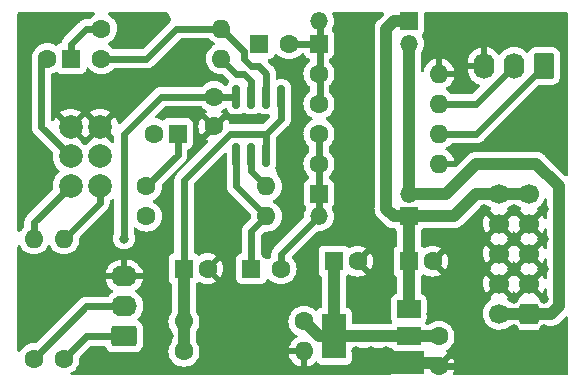
<source format=gbr>
%TF.GenerationSoftware,KiCad,Pcbnew,(6.0.5)*%
%TF.CreationDate,2022-05-29T11:26:35-04:00*%
%TF.ProjectId,headphone_amp,68656164-7068-46f6-9e65-5f616d702e6b,rev?*%
%TF.SameCoordinates,Original*%
%TF.FileFunction,Copper,L1,Top*%
%TF.FilePolarity,Positive*%
%FSLAX46Y46*%
G04 Gerber Fmt 4.6, Leading zero omitted, Abs format (unit mm)*
G04 Created by KiCad (PCBNEW (6.0.5)) date 2022-05-29 11:26:35*
%MOMM*%
%LPD*%
G01*
G04 APERTURE LIST*
G04 Aperture macros list*
%AMRoundRect*
0 Rectangle with rounded corners*
0 $1 Rounding radius*
0 $2 $3 $4 $5 $6 $7 $8 $9 X,Y pos of 4 corners*
0 Add a 4 corners polygon primitive as box body*
4,1,4,$2,$3,$4,$5,$6,$7,$8,$9,$2,$3,0*
0 Add four circle primitives for the rounded corners*
1,1,$1+$1,$2,$3*
1,1,$1+$1,$4,$5*
1,1,$1+$1,$6,$7*
1,1,$1+$1,$8,$9*
0 Add four rect primitives between the rounded corners*
20,1,$1+$1,$2,$3,$4,$5,0*
20,1,$1+$1,$4,$5,$6,$7,0*
20,1,$1+$1,$6,$7,$8,$9,0*
20,1,$1+$1,$8,$9,$2,$3,0*%
G04 Aperture macros list end*
%TA.AperFunction,ComponentPad*%
%ADD10C,1.600000*%
%TD*%
%TA.AperFunction,ComponentPad*%
%ADD11O,1.600000X1.600000*%
%TD*%
%TA.AperFunction,ComponentPad*%
%ADD12R,1.500000X1.500000*%
%TD*%
%TA.AperFunction,ComponentPad*%
%ADD13O,1.500000X1.500000*%
%TD*%
%TA.AperFunction,ComponentPad*%
%ADD14R,1.600000X1.600000*%
%TD*%
%TA.AperFunction,ComponentPad*%
%ADD15C,2.000000*%
%TD*%
%TA.AperFunction,ComponentPad*%
%ADD16RoundRect,0.250000X0.600000X0.600000X-0.600000X0.600000X-0.600000X-0.600000X0.600000X-0.600000X0*%
%TD*%
%TA.AperFunction,ComponentPad*%
%ADD17C,1.700000*%
%TD*%
%TA.AperFunction,SMDPad,CuDef*%
%ADD18R,2.000000X1.500000*%
%TD*%
%TA.AperFunction,SMDPad,CuDef*%
%ADD19R,2.000000X3.800000*%
%TD*%
%TA.AperFunction,SMDPad,CuDef*%
%ADD20RoundRect,0.150000X0.150000X-0.825000X0.150000X0.825000X-0.150000X0.825000X-0.150000X-0.825000X0*%
%TD*%
%TA.AperFunction,ComponentPad*%
%ADD21O,1.740000X2.190000*%
%TD*%
%TA.AperFunction,ComponentPad*%
%ADD22RoundRect,0.250000X0.620000X0.845000X-0.620000X0.845000X-0.620000X-0.845000X0.620000X-0.845000X0*%
%TD*%
%TA.AperFunction,ComponentPad*%
%ADD23RoundRect,0.250000X0.845000X-0.620000X0.845000X0.620000X-0.845000X0.620000X-0.845000X-0.620000X0*%
%TD*%
%TA.AperFunction,ComponentPad*%
%ADD24O,2.190000X1.740000*%
%TD*%
%TA.AperFunction,ViaPad*%
%ADD25C,0.800000*%
%TD*%
%TA.AperFunction,Conductor*%
%ADD26C,1.000000*%
%TD*%
%TA.AperFunction,Conductor*%
%ADD27C,0.600000*%
%TD*%
G04 APERTURE END LIST*
D10*
%TO.P,R7,1*%
%TO.N,/HP_FLT_L*%
X149225000Y-96520000D03*
D11*
%TO.P,R7,2*%
%TO.N,GND*%
X159385000Y-96520000D03*
%TD*%
D12*
%TO.P,D5,1,K*%
%TO.N,/HP_FLT_R*%
X149220000Y-86360000D03*
D13*
%TO.P,D5,2,A*%
%TO.N,-12V*%
X156840000Y-86360000D03*
%TD*%
D10*
%TO.P,C2,1*%
%TO.N,GND*%
X159385000Y-113645000D03*
%TO.P,C2,2*%
%TO.N,+5V*%
X159385000Y-111145000D03*
%TD*%
%TO.P,R12,1*%
%TO.N,/SIG_R*%
X125095000Y-113030000D03*
D11*
%TO.P,R12,2*%
%TO.N,Net-(R12-Pad2)*%
X125095000Y-102870000D03*
%TD*%
D10*
%TO.P,R3,1*%
%TO.N,Net-(C6-Pad1)*%
X134620000Y-98425000D03*
D11*
%TO.P,R3,2*%
%TO.N,/AMP_IN_L*%
X144780000Y-98425000D03*
%TD*%
D10*
%TO.P,C5,1*%
%TO.N,+5V*%
X140335000Y-90845000D03*
%TO.P,C5,2*%
%TO.N,GND*%
X140335000Y-93345000D03*
%TD*%
D14*
%TO.P,C7,1*%
%TO.N,Net-(C7-Pad1)*%
X128230000Y-87630000D03*
D10*
%TO.P,C7,2*%
%TO.N,/SIG_ATTN_R*%
X126230000Y-87630000D03*
%TD*%
D14*
%TO.P,C9,1*%
%TO.N,/AMP_OUT_R*%
X144185000Y-86360000D03*
D10*
%TO.P,C9,2*%
%TO.N,/HP_FLT_R*%
X146685000Y-86360000D03*
%TD*%
%TO.P,R2,1*%
%TO.N,/AMP_BIAS*%
X137795000Y-112395000D03*
D11*
%TO.P,R2,2*%
%TO.N,GND*%
X147955000Y-112395000D03*
%TD*%
D15*
%TO.P,RV1,1,1*%
%TO.N,GND*%
X128190000Y-93385000D03*
%TO.P,RV1,2,2*%
%TO.N,/SIG_ATTN_R*%
X128190000Y-95885000D03*
%TO.P,RV1,3,3*%
%TO.N,Net-(R12-Pad2)*%
X128190000Y-98385000D03*
%TO.P,RV1,4,4*%
%TO.N,GND*%
X130690000Y-93385000D03*
%TO.P,RV1,5,5*%
%TO.N,/SIG_ATTN_L*%
X130690000Y-95885000D03*
%TO.P,RV1,6,6*%
%TO.N,Net-(R11-Pad2)*%
X130690000Y-98385000D03*
%TD*%
D16*
%TO.P,J1,1,Pin_1*%
%TO.N,-12V*%
X167005000Y-109220000D03*
D17*
%TO.P,J1,2,Pin_2*%
X164465000Y-109220000D03*
%TO.P,J1,3,Pin_3*%
%TO.N,GND*%
X167005000Y-106680000D03*
%TO.P,J1,4,Pin_4*%
X164465000Y-106680000D03*
%TO.P,J1,5,Pin_5*%
X167005000Y-104140000D03*
%TO.P,J1,6,Pin_6*%
X164465000Y-104140000D03*
%TO.P,J1,7,Pin_7*%
X167005000Y-101600000D03*
%TO.P,J1,8,Pin_8*%
X164465000Y-101600000D03*
%TO.P,J1,9,Pin_9*%
%TO.N,+12V*%
X167005000Y-99060000D03*
%TO.P,J1,10,Pin_10*%
X164465000Y-99060000D03*
%TD*%
D10*
%TO.P,R11,1*%
%TO.N,/SIG_L*%
X127635000Y-113030000D03*
D11*
%TO.P,R11,2*%
%TO.N,Net-(R11-Pad2)*%
X127635000Y-102870000D03*
%TD*%
D14*
%TO.P,C6,1*%
%TO.N,Net-(C6-Pad1)*%
X137255000Y-93980000D03*
D10*
%TO.P,C6,2*%
%TO.N,/SIG_ATTN_L*%
X135255000Y-93980000D03*
%TD*%
D18*
%TO.P,U1,1,GND*%
%TO.N,GND*%
X156820000Y-113425000D03*
D19*
%TO.P,U1,2,VO*%
%TO.N,+5V*%
X150520000Y-111125000D03*
D18*
X156820000Y-111125000D03*
%TO.P,U1,3,VI*%
%TO.N,+12V*%
X156820000Y-108825000D03*
%TD*%
D20*
%TO.P,U2,1,OUT_A*%
%TO.N,/AMP_OUT_L*%
X142240000Y-95820000D03*
%TO.P,U2,2,IN_A-*%
%TO.N,/AMP_IN_L*%
X143510000Y-95820000D03*
%TO.P,U2,3,IN_A+*%
%TO.N,/AMP_BIAS*%
X144780000Y-95820000D03*
%TO.P,U2,4,GND*%
%TO.N,GND*%
X146050000Y-95820000D03*
%TO.P,U2,5,IN_B+*%
%TO.N,/AMP_BIAS*%
X146050000Y-90870000D03*
%TO.P,U2,6,IN_B-*%
%TO.N,/AMP_IN_R*%
X144780000Y-90870000D03*
%TO.P,U2,7,OUT_B*%
%TO.N,/AMP_OUT_R*%
X143510000Y-90870000D03*
%TO.P,U2,8,VDD*%
%TO.N,+5V*%
X142240000Y-90870000D03*
%TD*%
D12*
%TO.P,D2,1,K*%
%TO.N,+12V*%
X156845000Y-100965000D03*
D13*
%TO.P,D2,2,A*%
%TO.N,/HP_FLT_L*%
X149225000Y-100965000D03*
%TD*%
D10*
%TO.P,R9,1*%
%TO.N,/HP_FLT_L*%
X149225000Y-93980000D03*
D11*
%TO.P,R9,2*%
%TO.N,/HP_L*%
X159385000Y-93980000D03*
%TD*%
D10*
%TO.P,R10,1*%
%TO.N,/HP_FLT_R*%
X149225000Y-91440000D03*
D11*
%TO.P,R10,2*%
%TO.N,/HP_R*%
X159385000Y-91440000D03*
%TD*%
D14*
%TO.P,C8,1*%
%TO.N,/AMP_OUT_L*%
X143510000Y-105410000D03*
D10*
%TO.P,C8,2*%
%TO.N,/HP_FLT_L*%
X146010000Y-105410000D03*
%TD*%
%TO.P,R6,1*%
%TO.N,/AMP_IN_R*%
X130810000Y-87630000D03*
D11*
%TO.P,R6,2*%
%TO.N,/AMP_OUT_R*%
X140970000Y-87630000D03*
%TD*%
D21*
%TO.P,J3,R*%
%TO.N,/HP_R*%
X165735000Y-88245000D03*
%TO.P,J3,S*%
%TO.N,GND*%
X163195000Y-88245000D03*
D22*
%TO.P,J3,T*%
%TO.N,/HP_L*%
X168275000Y-88245000D03*
%TD*%
D12*
%TO.P,D3,1,K*%
%TO.N,/HP_FLT_L*%
X149225000Y-99060000D03*
D13*
%TO.P,D3,2,A*%
%TO.N,-12V*%
X156845000Y-99060000D03*
%TD*%
D12*
%TO.P,D4,1,K*%
%TO.N,+12V*%
X156845000Y-84455000D03*
D13*
%TO.P,D4,2,A*%
%TO.N,/HP_FLT_R*%
X149225000Y-84455000D03*
%TD*%
D10*
%TO.P,R5,1*%
%TO.N,/AMP_IN_L*%
X134620000Y-100965000D03*
D11*
%TO.P,R5,2*%
%TO.N,/AMP_OUT_L*%
X144780000Y-100965000D03*
%TD*%
D10*
%TO.P,R4,1*%
%TO.N,Net-(C7-Pad1)*%
X130810000Y-85090000D03*
D11*
%TO.P,R4,2*%
%TO.N,/AMP_IN_R*%
X140970000Y-85090000D03*
%TD*%
D14*
%TO.P,C4,1*%
%TO.N,/AMP_BIAS*%
X137795000Y-105410000D03*
D10*
%TO.P,C4,2*%
%TO.N,GND*%
X139795000Y-105410000D03*
%TD*%
D14*
%TO.P,C3,1*%
%TO.N,+5V*%
X150495000Y-104775000D03*
D10*
%TO.P,C3,2*%
%TO.N,GND*%
X152495000Y-104775000D03*
%TD*%
D23*
%TO.P,J2,1,Pin_1*%
%TO.N,/SIG_L*%
X132735000Y-111125000D03*
D24*
%TO.P,J2,2,Pin_2*%
%TO.N,/SIG_R*%
X132735000Y-108585000D03*
%TO.P,J2,3,Pin_3*%
%TO.N,GND*%
X132735000Y-106045000D03*
%TD*%
D14*
%TO.P,C1,1*%
%TO.N,+12V*%
X156845000Y-104775000D03*
D10*
%TO.P,C1,2*%
%TO.N,GND*%
X158845000Y-104775000D03*
%TD*%
%TO.P,R1,1*%
%TO.N,+5V*%
X147955000Y-109855000D03*
D11*
%TO.P,R1,2*%
%TO.N,/AMP_BIAS*%
X137795000Y-109855000D03*
%TD*%
D10*
%TO.P,R8,1*%
%TO.N,/HP_FLT_R*%
X149225000Y-88900000D03*
D11*
%TO.P,R8,2*%
%TO.N,GND*%
X159385000Y-88900000D03*
%TD*%
D25*
%TO.N,GND*%
X169545000Y-92075000D03*
X136525000Y-111125000D03*
X151130000Y-85090000D03*
X124460000Y-84455000D03*
X152400000Y-113665000D03*
X125730000Y-99060000D03*
X133350000Y-90805000D03*
X163195000Y-110490000D03*
X146685000Y-97790000D03*
X139065000Y-94615000D03*
X130810000Y-107315000D03*
X154940000Y-106680000D03*
X129540000Y-113665000D03*
X168275000Y-105410000D03*
X128270000Y-84455000D03*
X124460000Y-89535000D03*
X124460000Y-100330000D03*
X140335000Y-113665000D03*
X163195000Y-107950000D03*
X153670000Y-113665000D03*
X164465000Y-94615000D03*
X158750000Y-109220000D03*
X146685000Y-101600000D03*
X161290000Y-113665000D03*
X154940000Y-113665000D03*
X147320000Y-94615000D03*
X150495000Y-102870000D03*
X169545000Y-84455000D03*
X147320000Y-97155000D03*
X129540000Y-103505000D03*
X127635000Y-89535000D03*
X147320000Y-95885000D03*
X147320000Y-99695000D03*
X165735000Y-102870000D03*
X146685000Y-93980000D03*
X137795000Y-86995000D03*
X154940000Y-112395000D03*
X165100000Y-113030000D03*
X144780000Y-104140000D03*
X163195000Y-100330000D03*
X146050000Y-113665000D03*
X135255000Y-104140000D03*
X163195000Y-105410000D03*
X168275000Y-107950000D03*
X132715000Y-84455000D03*
X139065000Y-92075000D03*
X165735000Y-107950000D03*
X142875000Y-107950000D03*
X152400000Y-94615000D03*
X151765000Y-100330000D03*
X129540000Y-90805000D03*
X142875000Y-100965000D03*
X165735000Y-110490000D03*
X124460000Y-111125000D03*
X131445000Y-89535000D03*
X168275000Y-110490000D03*
X161290000Y-89535000D03*
X158750000Y-106680000D03*
X147955000Y-104775000D03*
X139700000Y-108585000D03*
X153670000Y-109220000D03*
X158750000Y-84455000D03*
X152400000Y-112395000D03*
X158750000Y-86995000D03*
X128270000Y-107315000D03*
X133985000Y-86360000D03*
X135255000Y-113665000D03*
X145415000Y-110490000D03*
X165735000Y-105410000D03*
X168275000Y-102870000D03*
X139700000Y-101600000D03*
X168275000Y-100330000D03*
X158750000Y-102870000D03*
X162306000Y-84455000D03*
X148590000Y-107950000D03*
X137160000Y-89535000D03*
X146685000Y-88265000D03*
X169545000Y-113665000D03*
X124460000Y-104775000D03*
X142240000Y-92710000D03*
X165735000Y-100330000D03*
X139700000Y-88900000D03*
X163195000Y-102870000D03*
X153670000Y-112395000D03*
X142240000Y-111125000D03*
X169545000Y-95885000D03*
X135890000Y-84455000D03*
X151765000Y-89535000D03*
X154940000Y-102870000D03*
X125730000Y-95250000D03*
X131445000Y-101600000D03*
X136525000Y-98425000D03*
X144145000Y-92710000D03*
X140970000Y-97155000D03*
%TO.N,+5V*%
X132715000Y-102870000D03*
%TD*%
D26*
%TO.N,GND*%
X159165000Y-113425000D02*
X159385000Y-113645000D01*
D27*
X161270000Y-113645000D02*
X161290000Y-113665000D01*
D26*
X156820000Y-113425000D02*
X159165000Y-113425000D01*
D27*
X159385000Y-113645000D02*
X161270000Y-113645000D01*
D26*
%TO.N,+12V*%
X164465000Y-99060000D02*
X162560000Y-99060000D01*
X155570000Y-84455000D02*
X154935000Y-85090000D01*
X156845000Y-100965000D02*
X156845000Y-104775000D01*
X162560000Y-99060000D02*
X160655000Y-100965000D01*
X155570000Y-100965000D02*
X156904888Y-100965000D01*
X156845000Y-108800000D02*
X156820000Y-108825000D01*
X156904888Y-84455000D02*
X155570000Y-84455000D01*
X167005000Y-99060000D02*
X164465000Y-99060000D01*
X154935000Y-100330000D02*
X155570000Y-100965000D01*
X154935000Y-85090000D02*
X154935000Y-100330000D01*
X156845000Y-104775000D02*
X156845000Y-108800000D01*
X160655000Y-100965000D02*
X156845000Y-100965000D01*
D27*
%TO.N,+5V*%
X135847898Y-90845000D02*
X140335000Y-90845000D01*
D26*
X150495000Y-104775000D02*
X150495000Y-111100000D01*
X149225000Y-111125000D02*
X147955000Y-109855000D01*
D27*
X132715000Y-102870000D02*
X132715000Y-93977898D01*
D26*
X150495000Y-111100000D02*
X150520000Y-111125000D01*
D27*
X132715000Y-93977898D02*
X135847898Y-90845000D01*
D26*
X156840000Y-111145000D02*
X156820000Y-111125000D01*
X156820000Y-111125000D02*
X150520000Y-111125000D01*
X159385000Y-111145000D02*
X156840000Y-111145000D01*
X150520000Y-111125000D02*
X149225000Y-111125000D01*
D27*
X140360000Y-90870000D02*
X140335000Y-90845000D01*
X142240000Y-90870000D02*
X140360000Y-90870000D01*
%TO.N,/AMP_BIAS*%
X144780000Y-93980000D02*
X146050000Y-92710000D01*
X144780000Y-95820000D02*
X144780000Y-93980000D01*
D26*
X137795000Y-112395000D02*
X137795000Y-109855000D01*
D27*
X146050000Y-92710000D02*
X146050000Y-90870000D01*
D26*
X137795000Y-109855000D02*
X137795000Y-105410000D01*
D27*
X144780000Y-93980000D02*
X141732000Y-93980000D01*
X141732000Y-93980000D02*
X137795000Y-97917000D01*
X137795000Y-97917000D02*
X137795000Y-105410000D01*
%TO.N,Net-(C6-Pad1)*%
X134620000Y-98425000D02*
X137255000Y-95790000D01*
X137255000Y-95790000D02*
X137255000Y-93980000D01*
%TO.N,Net-(C7-Pad1)*%
X129540000Y-85090000D02*
X130810000Y-85090000D01*
X128230000Y-86400000D02*
X129540000Y-85090000D01*
X128230000Y-87630000D02*
X128230000Y-86400000D01*
%TO.N,/SIG_ATTN_R*%
X125730000Y-87630000D02*
X125730000Y-93425000D01*
X125730000Y-93425000D02*
X128190000Y-95885000D01*
%TO.N,/AMP_OUT_L*%
X143510000Y-105410000D02*
X143510000Y-102235000D01*
X143510000Y-102235000D02*
X144780000Y-100965000D01*
X142240000Y-98425000D02*
X144780000Y-100965000D01*
X142240000Y-95820000D02*
X142240000Y-98425000D01*
%TO.N,/HP_FLT_L*%
X146010000Y-104180000D02*
X149225000Y-100965000D01*
X146010000Y-105410000D02*
X146010000Y-104180000D01*
X149225000Y-93980000D02*
X149225000Y-100965000D01*
%TO.N,/AMP_OUT_R*%
X143510000Y-89535000D02*
X142875000Y-88900000D01*
X143510000Y-90870000D02*
X143510000Y-89535000D01*
X142875000Y-88900000D02*
X142240000Y-88900000D01*
X142240000Y-88900000D02*
X140970000Y-87630000D01*
%TO.N,/HP_FLT_R*%
X146709888Y-86360000D02*
X149220000Y-86360000D01*
X149284888Y-84455000D02*
X149284888Y-91440000D01*
D26*
%TO.N,-12V*%
X168910000Y-109220000D02*
X169545000Y-108585000D01*
X167005000Y-109220000D02*
X168910000Y-109220000D01*
X169545000Y-98425000D02*
X167640000Y-96520000D01*
X169545000Y-108585000D02*
X169545000Y-98425000D01*
X162560000Y-96520000D02*
X160020000Y-99060000D01*
X156840000Y-86360000D02*
X156840000Y-99060000D01*
X167640000Y-96520000D02*
X162560000Y-96520000D01*
X164465000Y-109220000D02*
X167005000Y-109220000D01*
X160020000Y-99060000D02*
X156840000Y-99060000D01*
D27*
%TO.N,/SIG_L*%
X132735000Y-111125000D02*
X129540000Y-111125000D01*
X129540000Y-111125000D02*
X127635000Y-113030000D01*
%TO.N,/SIG_R*%
X129540000Y-108585000D02*
X125095000Y-113030000D01*
X132735000Y-108585000D02*
X129540000Y-108585000D01*
%TO.N,/AMP_IN_L*%
X143510000Y-97155000D02*
X144780000Y-98425000D01*
X143510000Y-95820000D02*
X143510000Y-97155000D01*
%TO.N,/AMP_IN_R*%
X142875000Y-87630000D02*
X142875000Y-86995000D01*
X144780000Y-88900000D02*
X144145000Y-88265000D01*
X143510000Y-88265000D02*
X142875000Y-87630000D01*
X137160000Y-85090000D02*
X140970000Y-85090000D01*
X144780000Y-90870000D02*
X144780000Y-88900000D01*
X142875000Y-86995000D02*
X140970000Y-85090000D01*
X144145000Y-88265000D02*
X143510000Y-88265000D01*
X134620000Y-87630000D02*
X137160000Y-85090000D01*
X130810000Y-87630000D02*
X134620000Y-87630000D01*
%TO.N,/HP_L*%
X162540000Y-93980000D02*
X159385000Y-93980000D01*
X168275000Y-88245000D02*
X162540000Y-93980000D01*
%TO.N,/HP_R*%
X162540000Y-91440000D02*
X159385000Y-91440000D01*
X165735000Y-88245000D02*
X162540000Y-91440000D01*
%TO.N,Net-(R11-Pad2)*%
X130690000Y-98385000D02*
X130690000Y-99815000D01*
X130690000Y-99815000D02*
X127635000Y-102870000D01*
%TO.N,Net-(R12-Pad2)*%
X125095000Y-101480000D02*
X128190000Y-98385000D01*
X125095000Y-102870000D02*
X125095000Y-101480000D01*
%TD*%
%TA.AperFunction,Conductor*%
%TO.N,GND*%
G36*
X147915174Y-93938030D02*
G01*
X147911502Y-93980000D01*
X147931457Y-94208087D01*
X147932881Y-94213400D01*
X147932881Y-94213402D01*
X147955000Y-94295951D01*
X147955000Y-96204049D01*
X147931457Y-96291913D01*
X147911502Y-96520000D01*
X147931457Y-96748087D01*
X147932881Y-96753400D01*
X147932881Y-96753402D01*
X147955000Y-96835951D01*
X147955000Y-97790000D01*
X147320000Y-98425000D01*
X146093498Y-98425000D01*
X146073543Y-98196913D01*
X146014284Y-97975757D01*
X146011961Y-97970775D01*
X145919849Y-97773238D01*
X145919846Y-97773233D01*
X145917523Y-97768251D01*
X145786198Y-97580700D01*
X145759751Y-97554253D01*
X145541655Y-96899964D01*
X145583767Y-96755008D01*
X145585562Y-96748831D01*
X145588500Y-96711502D01*
X145588500Y-94367082D01*
X145608502Y-94298961D01*
X145625405Y-94277987D01*
X146558392Y-93345000D01*
X147352444Y-93345000D01*
X147915174Y-93938030D01*
G37*
%TD.AperFunction*%
%TD*%
%TA.AperFunction,Conductor*%
%TO.N,GND*%
G36*
X154669197Y-83713502D02*
G01*
X154715690Y-83767158D01*
X154725794Y-83837432D01*
X154696300Y-83902012D01*
X154690171Y-83908595D01*
X154265621Y-84333145D01*
X154255478Y-84342247D01*
X154238056Y-84356255D01*
X154225975Y-84365968D01*
X154193709Y-84404421D01*
X154190528Y-84408069D01*
X154188885Y-84409881D01*
X154186691Y-84412075D01*
X154159358Y-84445349D01*
X154158696Y-84446147D01*
X154098846Y-84517474D01*
X154096278Y-84522144D01*
X154092897Y-84526261D01*
X154063242Y-84581567D01*
X154049023Y-84608086D01*
X154048394Y-84609245D01*
X154006538Y-84685381D01*
X154006535Y-84685389D01*
X154003567Y-84690787D01*
X154001955Y-84695869D01*
X153999438Y-84700563D01*
X153972238Y-84789531D01*
X153971918Y-84790559D01*
X153943765Y-84879306D01*
X153943171Y-84884602D01*
X153941613Y-84889698D01*
X153940990Y-84895834D01*
X153932218Y-84982187D01*
X153932089Y-84983393D01*
X153926500Y-85033227D01*
X153926500Y-85036754D01*
X153926445Y-85037739D01*
X153925998Y-85043419D01*
X153921626Y-85086462D01*
X153922562Y-85096363D01*
X153925941Y-85132109D01*
X153926500Y-85143967D01*
X153926500Y-100268157D01*
X153925763Y-100281764D01*
X153922886Y-100308251D01*
X153921676Y-100319388D01*
X153922213Y-100325523D01*
X153926050Y-100369388D01*
X153926379Y-100374214D01*
X153926500Y-100376686D01*
X153926500Y-100379769D01*
X153926801Y-100382837D01*
X153930690Y-100422506D01*
X153930812Y-100423819D01*
X153933106Y-100450039D01*
X153938913Y-100516413D01*
X153940400Y-100521532D01*
X153940920Y-100526833D01*
X153967791Y-100615834D01*
X153968126Y-100616967D01*
X153994091Y-100706336D01*
X153996544Y-100711068D01*
X153998084Y-100716169D01*
X154000978Y-100721612D01*
X154041731Y-100798260D01*
X154042343Y-100799426D01*
X154069795Y-100852384D01*
X154085108Y-100881926D01*
X154088431Y-100886089D01*
X154090934Y-100890796D01*
X154149755Y-100962918D01*
X154150446Y-100963774D01*
X154181738Y-101002973D01*
X154184242Y-101005477D01*
X154184884Y-101006195D01*
X154188585Y-101010528D01*
X154215935Y-101044062D01*
X154226480Y-101052785D01*
X154251264Y-101073288D01*
X154260045Y-101081279D01*
X154813145Y-101634379D01*
X154822247Y-101644522D01*
X154845968Y-101674025D01*
X154850696Y-101677992D01*
X154884421Y-101706291D01*
X154888070Y-101709473D01*
X154889883Y-101711117D01*
X154892075Y-101713309D01*
X154925276Y-101740580D01*
X154926164Y-101741318D01*
X154961437Y-101770915D01*
X154992753Y-101797193D01*
X154992756Y-101797195D01*
X154997474Y-101801154D01*
X155002147Y-101803723D01*
X155006262Y-101807103D01*
X155011691Y-101810014D01*
X155011694Y-101810016D01*
X155088180Y-101851028D01*
X155089338Y-101851657D01*
X155140640Y-101879860D01*
X155170787Y-101896433D01*
X155175865Y-101898044D01*
X155180563Y-101900563D01*
X155269498Y-101927753D01*
X155270702Y-101928128D01*
X155359306Y-101956235D01*
X155364597Y-101956828D01*
X155369698Y-101958388D01*
X155462311Y-101967795D01*
X155463431Y-101967915D01*
X155513227Y-101973500D01*
X155516756Y-101973500D01*
X155517739Y-101973555D01*
X155523426Y-101974003D01*
X155543683Y-101976060D01*
X155560336Y-101977752D01*
X155560339Y-101977752D01*
X155566463Y-101978374D01*
X155580575Y-101977040D01*
X155650275Y-101990543D01*
X155693258Y-102026916D01*
X155700864Y-102037065D01*
X155731739Y-102078261D01*
X155751440Y-102093026D01*
X155786065Y-102118976D01*
X155828580Y-102175835D01*
X155836500Y-102219802D01*
X155836500Y-103432725D01*
X155816498Y-103500846D01*
X155786065Y-103533551D01*
X155681739Y-103611739D01*
X155594385Y-103728295D01*
X155543255Y-103864684D01*
X155536500Y-103926866D01*
X155536500Y-105623134D01*
X155543255Y-105685316D01*
X155594385Y-105821705D01*
X155681739Y-105938261D01*
X155688919Y-105943642D01*
X155786065Y-106016449D01*
X155828580Y-106073308D01*
X155836500Y-106117275D01*
X155836500Y-107446425D01*
X155816498Y-107514546D01*
X155762842Y-107561039D01*
X155724108Y-107571688D01*
X155723037Y-107571804D01*
X155709684Y-107573255D01*
X155573295Y-107624385D01*
X155456739Y-107711739D01*
X155369385Y-107828295D01*
X155318255Y-107964684D01*
X155311500Y-108026866D01*
X155311500Y-109623134D01*
X155318255Y-109685316D01*
X155369385Y-109821705D01*
X155427642Y-109899437D01*
X155452489Y-109965941D01*
X155437436Y-110035323D01*
X155427646Y-110050558D01*
X155416022Y-110066068D01*
X155359163Y-110108581D01*
X155315198Y-110116500D01*
X152154500Y-110116500D01*
X152086379Y-110096498D01*
X152039886Y-110042842D01*
X152028500Y-109990500D01*
X152028500Y-109176866D01*
X152021745Y-109114684D01*
X151970615Y-108978295D01*
X151883261Y-108861739D01*
X151766705Y-108774385D01*
X151630316Y-108723255D01*
X151616407Y-108721744D01*
X151615892Y-108721688D01*
X151550330Y-108694446D01*
X151509904Y-108636083D01*
X151503500Y-108596425D01*
X151503500Y-106117275D01*
X151523502Y-106049154D01*
X151553935Y-106016449D01*
X151651078Y-105943645D01*
X151651081Y-105943642D01*
X151658261Y-105938261D01*
X151663642Y-105931081D01*
X151669993Y-105924730D01*
X151672135Y-105926872D01*
X151716846Y-105893436D01*
X151787664Y-105888406D01*
X151829035Y-105906523D01*
X151829232Y-105906182D01*
X151832298Y-105907952D01*
X151833090Y-105908299D01*
X151833989Y-105908929D01*
X151843489Y-105914414D01*
X152040947Y-106006490D01*
X152051239Y-106010236D01*
X152261688Y-106066625D01*
X152272481Y-106068528D01*
X152489525Y-106087517D01*
X152500475Y-106087517D01*
X152717519Y-106068528D01*
X152728312Y-106066625D01*
X152938761Y-106010236D01*
X152949053Y-106006490D01*
X153146511Y-105914414D01*
X153156006Y-105908931D01*
X153208048Y-105872491D01*
X153216424Y-105862012D01*
X153209356Y-105848566D01*
X152224885Y-104864095D01*
X152190859Y-104801783D01*
X152192694Y-104776132D01*
X152859408Y-104776132D01*
X152859539Y-104777965D01*
X152863790Y-104784580D01*
X153569287Y-105490077D01*
X153581062Y-105496507D01*
X153593077Y-105487211D01*
X153628931Y-105436006D01*
X153634414Y-105426511D01*
X153726490Y-105229053D01*
X153730236Y-105218761D01*
X153786625Y-105008312D01*
X153788528Y-104997519D01*
X153807517Y-104780475D01*
X153807517Y-104769525D01*
X153788528Y-104552481D01*
X153786625Y-104541688D01*
X153730236Y-104331239D01*
X153726490Y-104320947D01*
X153634414Y-104123489D01*
X153628931Y-104113994D01*
X153592491Y-104061952D01*
X153582012Y-104053576D01*
X153568566Y-104060644D01*
X152867022Y-104762188D01*
X152859408Y-104776132D01*
X152192694Y-104776132D01*
X152195924Y-104730968D01*
X152224885Y-104685905D01*
X153210077Y-103700713D01*
X153216507Y-103688938D01*
X153207211Y-103676923D01*
X153156006Y-103641069D01*
X153146511Y-103635586D01*
X152949053Y-103543510D01*
X152938761Y-103539764D01*
X152728312Y-103483375D01*
X152717519Y-103481472D01*
X152500475Y-103462483D01*
X152489525Y-103462483D01*
X152272481Y-103481472D01*
X152261688Y-103483375D01*
X152051239Y-103539764D01*
X152040947Y-103543510D01*
X151843489Y-103635586D01*
X151833989Y-103641071D01*
X151833090Y-103641701D01*
X151832630Y-103641856D01*
X151829232Y-103643818D01*
X151828838Y-103643135D01*
X151765816Y-103664388D01*
X151696956Y-103647102D01*
X151671197Y-103624066D01*
X151669993Y-103625270D01*
X151663642Y-103618919D01*
X151658261Y-103611739D01*
X151651081Y-103606358D01*
X151651078Y-103606355D01*
X151562225Y-103539764D01*
X151541705Y-103524385D01*
X151405316Y-103473255D01*
X151343134Y-103466500D01*
X149646866Y-103466500D01*
X149584684Y-103473255D01*
X149448295Y-103524385D01*
X149331739Y-103611739D01*
X149244385Y-103728295D01*
X149193255Y-103864684D01*
X149186500Y-103926866D01*
X149186500Y-105623134D01*
X149193255Y-105685316D01*
X149244385Y-105821705D01*
X149331739Y-105938261D01*
X149338919Y-105943642D01*
X149436065Y-106016449D01*
X149478580Y-106073308D01*
X149486500Y-106117275D01*
X149486500Y-108607130D01*
X149466498Y-108675251D01*
X149412842Y-108721744D01*
X149404730Y-108725112D01*
X149295192Y-108766176D01*
X149273295Y-108774385D01*
X149156739Y-108861739D01*
X149102559Y-108934031D01*
X149096313Y-108942365D01*
X149039453Y-108984879D01*
X148968634Y-108989904D01*
X148906392Y-108955894D01*
X148799300Y-108848802D01*
X148794792Y-108845645D01*
X148794789Y-108845643D01*
X148657204Y-108749305D01*
X148611749Y-108717477D01*
X148606767Y-108715154D01*
X148606762Y-108715151D01*
X148409225Y-108623039D01*
X148409224Y-108623039D01*
X148404243Y-108620716D01*
X148398935Y-108619294D01*
X148398933Y-108619293D01*
X148188402Y-108562881D01*
X148188400Y-108562881D01*
X148183087Y-108561457D01*
X147955000Y-108541502D01*
X147726913Y-108561457D01*
X147721600Y-108562881D01*
X147721598Y-108562881D01*
X147511067Y-108619293D01*
X147511065Y-108619294D01*
X147505757Y-108620716D01*
X147500776Y-108623039D01*
X147500775Y-108623039D01*
X147303238Y-108715151D01*
X147303233Y-108715154D01*
X147298251Y-108717477D01*
X147252796Y-108749305D01*
X147115211Y-108845643D01*
X147115208Y-108845645D01*
X147110700Y-108848802D01*
X146948802Y-109010700D01*
X146817477Y-109198251D01*
X146815154Y-109203233D01*
X146815151Y-109203238D01*
X146726431Y-109393500D01*
X146720716Y-109405757D01*
X146719294Y-109411065D01*
X146719293Y-109411067D01*
X146665121Y-109613239D01*
X146661457Y-109626913D01*
X146641502Y-109855000D01*
X146661457Y-110083087D01*
X146662881Y-110088400D01*
X146662881Y-110088402D01*
X146719173Y-110298483D01*
X146720716Y-110304243D01*
X146723039Y-110309224D01*
X146723039Y-110309225D01*
X146815151Y-110506762D01*
X146815154Y-110506767D01*
X146817477Y-110511749D01*
X146889904Y-110615185D01*
X146942833Y-110690775D01*
X146948802Y-110699300D01*
X147110700Y-110861198D01*
X147115208Y-110864355D01*
X147115211Y-110864357D01*
X147182678Y-110911598D01*
X147298251Y-110992523D01*
X147303233Y-110994846D01*
X147303238Y-110994849D01*
X147338049Y-111011081D01*
X147391334Y-111057998D01*
X147410795Y-111126275D01*
X147390253Y-111194235D01*
X147338049Y-111239471D01*
X147303489Y-111255586D01*
X147293993Y-111261069D01*
X147115533Y-111386028D01*
X147107125Y-111393084D01*
X146953084Y-111547125D01*
X146946028Y-111555533D01*
X146821069Y-111733993D01*
X146815586Y-111743489D01*
X146723510Y-111940947D01*
X146719764Y-111951239D01*
X146673606Y-112123503D01*
X146673942Y-112137599D01*
X146681884Y-112141000D01*
X148083000Y-112141000D01*
X148151121Y-112161002D01*
X148197614Y-112214658D01*
X148209000Y-112267000D01*
X148209000Y-113662967D01*
X148212973Y-113676498D01*
X148221522Y-113677727D01*
X148398761Y-113630236D01*
X148409053Y-113626490D01*
X148606511Y-113534414D01*
X148616007Y-113528931D01*
X148794467Y-113403972D01*
X148802875Y-113396916D01*
X148906090Y-113293701D01*
X148968402Y-113259675D01*
X149039217Y-113264740D01*
X149096008Y-113307228D01*
X149156739Y-113388261D01*
X149273295Y-113475615D01*
X149409684Y-113526745D01*
X149471866Y-113533500D01*
X151568134Y-113533500D01*
X151630316Y-113526745D01*
X151766705Y-113475615D01*
X151883261Y-113388261D01*
X151970615Y-113271705D01*
X152021745Y-113135316D01*
X152028500Y-113073134D01*
X152028500Y-112259500D01*
X152048502Y-112191379D01*
X152102158Y-112144886D01*
X152154500Y-112133500D01*
X155315198Y-112133500D01*
X155383319Y-112153502D01*
X155416021Y-112183932D01*
X155427955Y-112199855D01*
X155452801Y-112266359D01*
X155437748Y-112335741D01*
X155427953Y-112350982D01*
X155375214Y-112421352D01*
X155366676Y-112436946D01*
X155321522Y-112557394D01*
X155317895Y-112572649D01*
X155312369Y-112623514D01*
X155312000Y-112630328D01*
X155312000Y-113152885D01*
X155316475Y-113168124D01*
X155317865Y-113169329D01*
X155325548Y-113171000D01*
X156948000Y-113171000D01*
X157016121Y-113191002D01*
X157062614Y-113244658D01*
X157074000Y-113297000D01*
X157074000Y-113553000D01*
X157053998Y-113621121D01*
X157000342Y-113667614D01*
X156948000Y-113679000D01*
X155330116Y-113679000D01*
X155314877Y-113683475D01*
X155313672Y-113684865D01*
X155312001Y-113692548D01*
X155312001Y-114219669D01*
X155312371Y-114226490D01*
X155318748Y-114285207D01*
X155315732Y-114285535D01*
X155312758Y-114342277D01*
X155271301Y-114399913D01*
X155205265Y-114425985D01*
X155193886Y-114426500D01*
X128304721Y-114426500D01*
X128236600Y-114406498D01*
X128190107Y-114352842D01*
X128180003Y-114282568D01*
X128209497Y-114217988D01*
X128251471Y-114186305D01*
X128286762Y-114169849D01*
X128286767Y-114169846D01*
X128291749Y-114167523D01*
X128396611Y-114094098D01*
X128474789Y-114039357D01*
X128474792Y-114039355D01*
X128479300Y-114036198D01*
X128641198Y-113874300D01*
X128772523Y-113686749D01*
X128774846Y-113681767D01*
X128774849Y-113681762D01*
X128866961Y-113484225D01*
X128866961Y-113484224D01*
X128869284Y-113479243D01*
X128884494Y-113422481D01*
X128927119Y-113263402D01*
X128927119Y-113263400D01*
X128928543Y-113258087D01*
X128948498Y-113030000D01*
X128939934Y-112932108D01*
X128953924Y-112862503D01*
X128976360Y-112832032D01*
X129837987Y-111970405D01*
X129900299Y-111936379D01*
X129927082Y-111933500D01*
X131062471Y-111933500D01*
X131130592Y-111953502D01*
X131177085Y-112007158D01*
X131181995Y-112019624D01*
X131198450Y-112068946D01*
X131291522Y-112219348D01*
X131416697Y-112344305D01*
X131422927Y-112348145D01*
X131422928Y-112348146D01*
X131560090Y-112432694D01*
X131567262Y-112437115D01*
X131631730Y-112458498D01*
X131728611Y-112490632D01*
X131728613Y-112490632D01*
X131735139Y-112492797D01*
X131741975Y-112493497D01*
X131741978Y-112493498D01*
X131785031Y-112497909D01*
X131839600Y-112503500D01*
X133630400Y-112503500D01*
X133633646Y-112503163D01*
X133633650Y-112503163D01*
X133729308Y-112493238D01*
X133729312Y-112493237D01*
X133736166Y-112492526D01*
X133742702Y-112490345D01*
X133742704Y-112490345D01*
X133874806Y-112446272D01*
X133903946Y-112436550D01*
X134054348Y-112343478D01*
X134179305Y-112218303D01*
X134183146Y-112212072D01*
X134268275Y-112073968D01*
X134268276Y-112073966D01*
X134272115Y-112067738D01*
X134312574Y-111945757D01*
X134325632Y-111906389D01*
X134325632Y-111906387D01*
X134327797Y-111899861D01*
X134330518Y-111873309D01*
X134332909Y-111849969D01*
X134338500Y-111795400D01*
X134338500Y-110454600D01*
X134337684Y-110446731D01*
X134328238Y-110355692D01*
X134328237Y-110355688D01*
X134327526Y-110348834D01*
X134322551Y-110333920D01*
X134273868Y-110188002D01*
X134271550Y-110181054D01*
X134178478Y-110030652D01*
X134053303Y-109905695D01*
X134043148Y-109899435D01*
X133902738Y-109812885D01*
X133904062Y-109810738D01*
X133859710Y-109771688D01*
X133840248Y-109703411D01*
X133860788Y-109635451D01*
X133879272Y-109613239D01*
X133992306Y-109505410D01*
X133992316Y-109505398D01*
X133996168Y-109501724D01*
X134135813Y-109314035D01*
X134192146Y-109203238D01*
X134239420Y-109110256D01*
X134239420Y-109110255D01*
X134241838Y-109105500D01*
X134311210Y-108882083D01*
X134312955Y-108868917D01*
X134341248Y-108655455D01*
X134341248Y-108655451D01*
X134341948Y-108650171D01*
X134340930Y-108623039D01*
X134333372Y-108421727D01*
X134333172Y-108416396D01*
X134288685Y-108204373D01*
X134286229Y-108192668D01*
X134286228Y-108192665D01*
X134285132Y-108187441D01*
X134199203Y-107969854D01*
X134119922Y-107839203D01*
X134080609Y-107774417D01*
X134080607Y-107774414D01*
X134077841Y-107769856D01*
X133924517Y-107593166D01*
X133743614Y-107444835D01*
X133738978Y-107442196D01*
X133738975Y-107442194D01*
X133705999Y-107423423D01*
X133656693Y-107372341D01*
X133642831Y-107302711D01*
X133668814Y-107236640D01*
X133697964Y-107209401D01*
X133822155Y-107125790D01*
X133830441Y-107119129D01*
X133991930Y-106965076D01*
X133998979Y-106957108D01*
X134132203Y-106778048D01*
X134137802Y-106769018D01*
X134238953Y-106570069D01*
X134242956Y-106560208D01*
X134309138Y-106347071D01*
X134311420Y-106336691D01*
X134314036Y-106316957D01*
X134311840Y-106302793D01*
X134298655Y-106299000D01*
X131173373Y-106299000D01*
X131159842Y-106302973D01*
X131158317Y-106313580D01*
X131184252Y-106437188D01*
X131187312Y-106447384D01*
X131269284Y-106654952D01*
X131274018Y-106664489D01*
X131389796Y-106855285D01*
X131396062Y-106863878D01*
X131542333Y-107032441D01*
X131549964Y-107039861D01*
X131722542Y-107181368D01*
X131731309Y-107187393D01*
X131763978Y-107205989D01*
X131813285Y-107257071D01*
X131827146Y-107326702D01*
X131801163Y-107392773D01*
X131772013Y-107420011D01*
X131716879Y-107457130D01*
X131643104Y-107506798D01*
X131639247Y-107510477D01*
X131639245Y-107510479D01*
X131573439Y-107573255D01*
X131473832Y-107668276D01*
X131431098Y-107725713D01*
X131374388Y-107768426D01*
X131330009Y-107776500D01*
X129549165Y-107776500D01*
X129547846Y-107776493D01*
X129457779Y-107775550D01*
X129450893Y-107777039D01*
X129450891Y-107777039D01*
X129432313Y-107781056D01*
X129415414Y-107784710D01*
X129402835Y-107786770D01*
X129366741Y-107790818D01*
X129366738Y-107790819D01*
X129359745Y-107791603D01*
X129328068Y-107802634D01*
X129313258Y-107806796D01*
X129287378Y-107812391D01*
X129287374Y-107812392D01*
X129280489Y-107813881D01*
X129274105Y-107816858D01*
X129274099Y-107816860D01*
X129241193Y-107832204D01*
X129229384Y-107836999D01*
X129188448Y-107851255D01*
X129182476Y-107854987D01*
X129182469Y-107854990D01*
X129160005Y-107869027D01*
X129146488Y-107876366D01*
X129122481Y-107887561D01*
X129122477Y-107887563D01*
X129116098Y-107890538D01*
X129088184Y-107912190D01*
X129081844Y-107917108D01*
X129071395Y-107924397D01*
X129034624Y-107947374D01*
X129029625Y-107952339D01*
X129029623Y-107952340D01*
X129005815Y-107975983D01*
X129005192Y-107976566D01*
X129004530Y-107977079D01*
X128978683Y-108002926D01*
X128914657Y-108066507D01*
X128905918Y-108075185D01*
X128905259Y-108076223D01*
X128904153Y-108077456D01*
X125292968Y-111688640D01*
X125230656Y-111722666D01*
X125192892Y-111725066D01*
X125100476Y-111716981D01*
X125100475Y-111716981D01*
X125095000Y-111716502D01*
X124866913Y-111736457D01*
X124861600Y-111737881D01*
X124861598Y-111737881D01*
X124651067Y-111794293D01*
X124651065Y-111794294D01*
X124645757Y-111795716D01*
X124640776Y-111798039D01*
X124640775Y-111798039D01*
X124443238Y-111890151D01*
X124443233Y-111890154D01*
X124438251Y-111892477D01*
X124351099Y-111953502D01*
X124255211Y-112020643D01*
X124255208Y-112020645D01*
X124250700Y-112023802D01*
X124088802Y-112185700D01*
X124085645Y-112190208D01*
X124085643Y-112190211D01*
X124032324Y-112266359D01*
X123957477Y-112373251D01*
X123955154Y-112378233D01*
X123955151Y-112378238D01*
X123938695Y-112413529D01*
X123891778Y-112466814D01*
X123823500Y-112486275D01*
X123755540Y-112465733D01*
X123709475Y-112411710D01*
X123698500Y-112360279D01*
X123698500Y-105773043D01*
X131155964Y-105773043D01*
X131158160Y-105787207D01*
X131171345Y-105791000D01*
X132462885Y-105791000D01*
X132478124Y-105786525D01*
X132479329Y-105785135D01*
X132481000Y-105777452D01*
X132481000Y-105772885D01*
X132989000Y-105772885D01*
X132993475Y-105788124D01*
X132994865Y-105789329D01*
X133002548Y-105791000D01*
X134296627Y-105791000D01*
X134310158Y-105787027D01*
X134311683Y-105776420D01*
X134285748Y-105652812D01*
X134282688Y-105642616D01*
X134200716Y-105435048D01*
X134195982Y-105425511D01*
X134080204Y-105234715D01*
X134073938Y-105226122D01*
X133927667Y-105057559D01*
X133920036Y-105050139D01*
X133747458Y-104908632D01*
X133738691Y-104902607D01*
X133544738Y-104792203D01*
X133535074Y-104787738D01*
X133325289Y-104711590D01*
X133315021Y-104708819D01*
X133094234Y-104668894D01*
X133086005Y-104667961D01*
X133067126Y-104667070D01*
X133064151Y-104667000D01*
X133007115Y-104667000D01*
X132991876Y-104671475D01*
X132990671Y-104672865D01*
X132989000Y-104680548D01*
X132989000Y-105772885D01*
X132481000Y-105772885D01*
X132481000Y-104685115D01*
X132476525Y-104669876D01*
X132475135Y-104668671D01*
X132467452Y-104667000D01*
X132453946Y-104667000D01*
X132448637Y-104667225D01*
X132282293Y-104681339D01*
X132271821Y-104683129D01*
X132055798Y-104739198D01*
X132045758Y-104742734D01*
X131842268Y-104834399D01*
X131832982Y-104839568D01*
X131647845Y-104964210D01*
X131639559Y-104970871D01*
X131478070Y-105124924D01*
X131471021Y-105132892D01*
X131337797Y-105311952D01*
X131332198Y-105320982D01*
X131231047Y-105519931D01*
X131227044Y-105529792D01*
X131160862Y-105742929D01*
X131158580Y-105753309D01*
X131155964Y-105773043D01*
X123698500Y-105773043D01*
X123698500Y-103539721D01*
X123718502Y-103471600D01*
X123772158Y-103425107D01*
X123842432Y-103415003D01*
X123907012Y-103444497D01*
X123938695Y-103486471D01*
X123955151Y-103521762D01*
X123955154Y-103521767D01*
X123957477Y-103526749D01*
X124013218Y-103606355D01*
X124079386Y-103700852D01*
X124088802Y-103714300D01*
X124250700Y-103876198D01*
X124255208Y-103879355D01*
X124255211Y-103879357D01*
X124308413Y-103916609D01*
X124438251Y-104007523D01*
X124443233Y-104009846D01*
X124443238Y-104009849D01*
X124639945Y-104101574D01*
X124645757Y-104104284D01*
X124651065Y-104105706D01*
X124651067Y-104105707D01*
X124861598Y-104162119D01*
X124861600Y-104162119D01*
X124866913Y-104163543D01*
X125095000Y-104183498D01*
X125323087Y-104163543D01*
X125328400Y-104162119D01*
X125328402Y-104162119D01*
X125538933Y-104105707D01*
X125538935Y-104105706D01*
X125544243Y-104104284D01*
X125550055Y-104101574D01*
X125746762Y-104009849D01*
X125746767Y-104009846D01*
X125751749Y-104007523D01*
X125881587Y-103916609D01*
X125934789Y-103879357D01*
X125934792Y-103879355D01*
X125939300Y-103876198D01*
X126101198Y-103714300D01*
X126110615Y-103700852D01*
X126176782Y-103606355D01*
X126232523Y-103526749D01*
X126234846Y-103521767D01*
X126234849Y-103521762D01*
X126250805Y-103487543D01*
X126297722Y-103434258D01*
X126365999Y-103414797D01*
X126433959Y-103435339D01*
X126479195Y-103487543D01*
X126495151Y-103521762D01*
X126495154Y-103521767D01*
X126497477Y-103526749D01*
X126553218Y-103606355D01*
X126619386Y-103700852D01*
X126628802Y-103714300D01*
X126790700Y-103876198D01*
X126795208Y-103879355D01*
X126795211Y-103879357D01*
X126848413Y-103916609D01*
X126978251Y-104007523D01*
X126983233Y-104009846D01*
X126983238Y-104009849D01*
X127179945Y-104101574D01*
X127185757Y-104104284D01*
X127191065Y-104105706D01*
X127191067Y-104105707D01*
X127401598Y-104162119D01*
X127401600Y-104162119D01*
X127406913Y-104163543D01*
X127635000Y-104183498D01*
X127863087Y-104163543D01*
X127868400Y-104162119D01*
X127868402Y-104162119D01*
X128078933Y-104105707D01*
X128078935Y-104105706D01*
X128084243Y-104104284D01*
X128090055Y-104101574D01*
X128286762Y-104009849D01*
X128286767Y-104009846D01*
X128291749Y-104007523D01*
X128421587Y-103916609D01*
X128474789Y-103879357D01*
X128474792Y-103879355D01*
X128479300Y-103876198D01*
X128641198Y-103714300D01*
X128650615Y-103700852D01*
X128716782Y-103606355D01*
X128772523Y-103526749D01*
X128774846Y-103521767D01*
X128774849Y-103521762D01*
X128866961Y-103324225D01*
X128866961Y-103324224D01*
X128869284Y-103319243D01*
X128891785Y-103235271D01*
X128927119Y-103103402D01*
X128927119Y-103103400D01*
X128928543Y-103098087D01*
X128948498Y-102870000D01*
X128947796Y-102861977D01*
X128939934Y-102772108D01*
X128953924Y-102702503D01*
X128976360Y-102672032D01*
X131255158Y-100393234D01*
X131256095Y-100392306D01*
X131315475Y-100334157D01*
X131315476Y-100334156D01*
X131320507Y-100329229D01*
X131343998Y-100292779D01*
X131351417Y-100282454D01*
X131378476Y-100248557D01*
X131381540Y-100242218D01*
X131381543Y-100242214D01*
X131393074Y-100218362D01*
X131400601Y-100204949D01*
X131414947Y-100182687D01*
X131414948Y-100182684D01*
X131418765Y-100176762D01*
X131421176Y-100170139D01*
X131433592Y-100136027D01*
X131438553Y-100124283D01*
X131454352Y-100091601D01*
X131454353Y-100091599D01*
X131457421Y-100085252D01*
X131464966Y-100052573D01*
X131469334Y-100037825D01*
X131480803Y-100006315D01*
X131481685Y-99999329D01*
X131481687Y-99999323D01*
X131486238Y-99963299D01*
X131488474Y-99950747D01*
X131496638Y-99915386D01*
X131496638Y-99915383D01*
X131498224Y-99908515D01*
X131498261Y-99898165D01*
X131498366Y-99867944D01*
X131498395Y-99867062D01*
X131498500Y-99866231D01*
X131498500Y-99829428D01*
X131498571Y-99809195D01*
X131498852Y-99728670D01*
X131519092Y-99660619D01*
X131559013Y-99621679D01*
X131579416Y-99609176D01*
X131698670Y-99507324D01*
X131763459Y-99478293D01*
X131833659Y-99488898D01*
X131886982Y-99535773D01*
X131906500Y-99603135D01*
X131906500Y-102419603D01*
X131889620Y-102482602D01*
X131880473Y-102498444D01*
X131821458Y-102680072D01*
X131820768Y-102686633D01*
X131820768Y-102686635D01*
X131817936Y-102713579D01*
X131801496Y-102870000D01*
X131802186Y-102876565D01*
X131813535Y-102984541D01*
X131821458Y-103059928D01*
X131880473Y-103241556D01*
X131975960Y-103406944D01*
X131980378Y-103411851D01*
X131980379Y-103411852D01*
X132098924Y-103543510D01*
X132103747Y-103548866D01*
X132176557Y-103601766D01*
X132233497Y-103643135D01*
X132258248Y-103661118D01*
X132264276Y-103663802D01*
X132264278Y-103663803D01*
X132426681Y-103736109D01*
X132432712Y-103738794D01*
X132526112Y-103758647D01*
X132613056Y-103777128D01*
X132613061Y-103777128D01*
X132619513Y-103778500D01*
X132810487Y-103778500D01*
X132816939Y-103777128D01*
X132816944Y-103777128D01*
X132903887Y-103758647D01*
X132997288Y-103738794D01*
X133003319Y-103736109D01*
X133165722Y-103663803D01*
X133165724Y-103663802D01*
X133171752Y-103661118D01*
X133196504Y-103643135D01*
X133253443Y-103601766D01*
X133326253Y-103548866D01*
X133331076Y-103543510D01*
X133449621Y-103411852D01*
X133449622Y-103411851D01*
X133454040Y-103406944D01*
X133549527Y-103241556D01*
X133608542Y-103059928D01*
X133616466Y-102984541D01*
X133627814Y-102876565D01*
X133628504Y-102870000D01*
X133612064Y-102713579D01*
X133609232Y-102686635D01*
X133609232Y-102686633D01*
X133608542Y-102680072D01*
X133549527Y-102498444D01*
X133540380Y-102482602D01*
X133523500Y-102419603D01*
X133523500Y-102023188D01*
X133543502Y-101955067D01*
X133597158Y-101908574D01*
X133667432Y-101898470D01*
X133732012Y-101927964D01*
X133738595Y-101934093D01*
X133775700Y-101971198D01*
X133780208Y-101974355D01*
X133780211Y-101974357D01*
X133823877Y-102004932D01*
X133963251Y-102102523D01*
X133968233Y-102104846D01*
X133968238Y-102104849D01*
X134142503Y-102186109D01*
X134170757Y-102199284D01*
X134176065Y-102200706D01*
X134176067Y-102200707D01*
X134386598Y-102257119D01*
X134386600Y-102257119D01*
X134391913Y-102258543D01*
X134620000Y-102278498D01*
X134848087Y-102258543D01*
X134853400Y-102257119D01*
X134853402Y-102257119D01*
X135063933Y-102200707D01*
X135063935Y-102200706D01*
X135069243Y-102199284D01*
X135097497Y-102186109D01*
X135271762Y-102104849D01*
X135271767Y-102104846D01*
X135276749Y-102102523D01*
X135416123Y-102004932D01*
X135459789Y-101974357D01*
X135459792Y-101974355D01*
X135464300Y-101971198D01*
X135626198Y-101809300D01*
X135630428Y-101803260D01*
X135692038Y-101715271D01*
X135757523Y-101621749D01*
X135759846Y-101616767D01*
X135759849Y-101616762D01*
X135851961Y-101419225D01*
X135851961Y-101419224D01*
X135854284Y-101414243D01*
X135874707Y-101338026D01*
X135912119Y-101198402D01*
X135912119Y-101198400D01*
X135913543Y-101193087D01*
X135933498Y-100965000D01*
X135913543Y-100736913D01*
X135906618Y-100711068D01*
X135855707Y-100521067D01*
X135855706Y-100521065D01*
X135854284Y-100515757D01*
X135841694Y-100488758D01*
X135759849Y-100313238D01*
X135759846Y-100313233D01*
X135757523Y-100308251D01*
X135636930Y-100136027D01*
X135629357Y-100125211D01*
X135629355Y-100125208D01*
X135626198Y-100120700D01*
X135464300Y-99958802D01*
X135459792Y-99955645D01*
X135459789Y-99955643D01*
X135377702Y-99898165D01*
X135276749Y-99827477D01*
X135271767Y-99825154D01*
X135271762Y-99825151D01*
X135237543Y-99809195D01*
X135184258Y-99762278D01*
X135164797Y-99694001D01*
X135185339Y-99626041D01*
X135237543Y-99580805D01*
X135271762Y-99564849D01*
X135271767Y-99564846D01*
X135276749Y-99562523D01*
X135403637Y-99473675D01*
X135459789Y-99434357D01*
X135459792Y-99434355D01*
X135464300Y-99431198D01*
X135626198Y-99269300D01*
X135757523Y-99081749D01*
X135759846Y-99076767D01*
X135759849Y-99076762D01*
X135851961Y-98879225D01*
X135851961Y-98879224D01*
X135854284Y-98874243D01*
X135859583Y-98854469D01*
X135912119Y-98658402D01*
X135912119Y-98658400D01*
X135913543Y-98653087D01*
X135933498Y-98425000D01*
X135930430Y-98389930D01*
X135924934Y-98327108D01*
X135938924Y-98257503D01*
X135961360Y-98227032D01*
X137820158Y-96368234D01*
X137821095Y-96367306D01*
X137880475Y-96309157D01*
X137880476Y-96309156D01*
X137885507Y-96304229D01*
X137908998Y-96267779D01*
X137916417Y-96257454D01*
X137943476Y-96223557D01*
X137958073Y-96193362D01*
X137965602Y-96179945D01*
X137979948Y-96157684D01*
X137983765Y-96151762D01*
X137986173Y-96145145D01*
X137986176Y-96145140D01*
X137998592Y-96111027D01*
X138003553Y-96099284D01*
X138019353Y-96066600D01*
X138019356Y-96066591D01*
X138022421Y-96060251D01*
X138029966Y-96027572D01*
X138034334Y-96012825D01*
X138045803Y-95981315D01*
X138046685Y-95974330D01*
X138046687Y-95974323D01*
X138051237Y-95938308D01*
X138053472Y-95925757D01*
X138061640Y-95890378D01*
X138063225Y-95883515D01*
X138063278Y-95868489D01*
X138063367Y-95842926D01*
X138063396Y-95842057D01*
X138063500Y-95841231D01*
X138063500Y-95804714D01*
X138063713Y-95743652D01*
X138063846Y-95705664D01*
X138063846Y-95705658D01*
X138063858Y-95702130D01*
X138063589Y-95700927D01*
X138063500Y-95699283D01*
X138063500Y-95404493D01*
X138083502Y-95336372D01*
X138137158Y-95289879D01*
X138158763Y-95282457D01*
X138165316Y-95281745D01*
X138172711Y-95278973D01*
X138172714Y-95278972D01*
X138293297Y-95233767D01*
X138301705Y-95230615D01*
X138418261Y-95143261D01*
X138505615Y-95026705D01*
X138556745Y-94890316D01*
X138563500Y-94828134D01*
X138563500Y-93350475D01*
X139022483Y-93350475D01*
X139041472Y-93567519D01*
X139043375Y-93578312D01*
X139099764Y-93788761D01*
X139103510Y-93799053D01*
X139195586Y-93996511D01*
X139201069Y-94006006D01*
X139237509Y-94058048D01*
X139247988Y-94066424D01*
X139261434Y-94059356D01*
X139962978Y-93357812D01*
X139970592Y-93343868D01*
X139970461Y-93342035D01*
X139966210Y-93335420D01*
X139260713Y-92629923D01*
X139248938Y-92623493D01*
X139236923Y-92632789D01*
X139201069Y-92683994D01*
X139195586Y-92693489D01*
X139103510Y-92890947D01*
X139099764Y-92901239D01*
X139043375Y-93111688D01*
X139041472Y-93122481D01*
X139022483Y-93339525D01*
X139022483Y-93350475D01*
X138563500Y-93350475D01*
X138563500Y-93131866D01*
X138556745Y-93069684D01*
X138505615Y-92933295D01*
X138418261Y-92816739D01*
X138301705Y-92729385D01*
X138165316Y-92678255D01*
X138103134Y-92671500D01*
X136406866Y-92671500D01*
X136344684Y-92678255D01*
X136208295Y-92729385D01*
X136091739Y-92816739D01*
X136086358Y-92823919D01*
X136080008Y-92830269D01*
X136077768Y-92828029D01*
X136033435Y-92861171D01*
X135962616Y-92866190D01*
X135921210Y-92848051D01*
X135921019Y-92848383D01*
X135918036Y-92846661D01*
X135917203Y-92846296D01*
X135911749Y-92842477D01*
X135906767Y-92840154D01*
X135906762Y-92840151D01*
X135709225Y-92748039D01*
X135709224Y-92748039D01*
X135704243Y-92745716D01*
X135698935Y-92744294D01*
X135698933Y-92744293D01*
X135488402Y-92687881D01*
X135488400Y-92687881D01*
X135483087Y-92686457D01*
X135477611Y-92685978D01*
X135477606Y-92685977D01*
X135454311Y-92683939D01*
X135445822Y-92683197D01*
X135379705Y-92657334D01*
X135338065Y-92599831D01*
X135334124Y-92528944D01*
X135367709Y-92468581D01*
X136145885Y-91690405D01*
X136208197Y-91656379D01*
X136234980Y-91653500D01*
X139240812Y-91653500D01*
X139308933Y-91673502D01*
X139329907Y-91690405D01*
X139490700Y-91851198D01*
X139495208Y-91854355D01*
X139495211Y-91854357D01*
X139549135Y-91892115D01*
X139678251Y-91982523D01*
X139683235Y-91984847D01*
X139685528Y-91986171D01*
X139734521Y-92037553D01*
X139747957Y-92107267D01*
X139721571Y-92173178D01*
X139685528Y-92204409D01*
X139673998Y-92211066D01*
X139621952Y-92247509D01*
X139613576Y-92257988D01*
X139620644Y-92271434D01*
X140322188Y-92972978D01*
X140336132Y-92980592D01*
X140337965Y-92980461D01*
X140344580Y-92976210D01*
X141050077Y-92270713D01*
X141056507Y-92258938D01*
X141047211Y-92246923D01*
X140996002Y-92211066D01*
X140984472Y-92204409D01*
X140935479Y-92153027D01*
X140922042Y-92083313D01*
X140948429Y-92017402D01*
X140984472Y-91986171D01*
X140986765Y-91984847D01*
X140991749Y-91982523D01*
X141120865Y-91892115D01*
X141174789Y-91854357D01*
X141174792Y-91854355D01*
X141179300Y-91851198D01*
X141238138Y-91792360D01*
X141300450Y-91758334D01*
X141371265Y-91763399D01*
X141428101Y-91805946D01*
X141448229Y-91846302D01*
X141480855Y-91958601D01*
X141484892Y-91965427D01*
X141561509Y-92094980D01*
X141561511Y-92094983D01*
X141565547Y-92101807D01*
X141683193Y-92219453D01*
X141690017Y-92223489D01*
X141690020Y-92223491D01*
X141771088Y-92271434D01*
X141826399Y-92304145D01*
X141834010Y-92306356D01*
X141834012Y-92306357D01*
X141886231Y-92321528D01*
X141986169Y-92350562D01*
X141992574Y-92351066D01*
X141992579Y-92351067D01*
X142021042Y-92353307D01*
X142021050Y-92353307D01*
X142023498Y-92353500D01*
X142456502Y-92353500D01*
X142458950Y-92353307D01*
X142458958Y-92353307D01*
X142487421Y-92351067D01*
X142487426Y-92351066D01*
X142493831Y-92350562D01*
X142593769Y-92321528D01*
X142645988Y-92306357D01*
X142645990Y-92306356D01*
X142653601Y-92304145D01*
X142796807Y-92219453D01*
X142799489Y-92216771D01*
X142863861Y-92191498D01*
X142933484Y-92205400D01*
X142949312Y-92215572D01*
X142953193Y-92219453D01*
X143096399Y-92304145D01*
X143104010Y-92306356D01*
X143104012Y-92306357D01*
X143156231Y-92321528D01*
X143256169Y-92350562D01*
X143262574Y-92351066D01*
X143262579Y-92351067D01*
X143291042Y-92353307D01*
X143291050Y-92353307D01*
X143293498Y-92353500D01*
X143726502Y-92353500D01*
X143728950Y-92353307D01*
X143728958Y-92353307D01*
X143757421Y-92351067D01*
X143757426Y-92351066D01*
X143763831Y-92350562D01*
X143863769Y-92321528D01*
X143915988Y-92306357D01*
X143915990Y-92306356D01*
X143923601Y-92304145D01*
X144066807Y-92219453D01*
X144069489Y-92216771D01*
X144133861Y-92191498D01*
X144203484Y-92205400D01*
X144219312Y-92215572D01*
X144223193Y-92219453D01*
X144366399Y-92304145D01*
X144374010Y-92306356D01*
X144374012Y-92306357D01*
X144426231Y-92321528D01*
X144526169Y-92350562D01*
X144532574Y-92351066D01*
X144532579Y-92351067D01*
X144561042Y-92353307D01*
X144561050Y-92353307D01*
X144563498Y-92353500D01*
X144958918Y-92353500D01*
X145027039Y-92373502D01*
X145073532Y-92427158D01*
X145083636Y-92497432D01*
X145054142Y-92562012D01*
X145048016Y-92568592D01*
X144482012Y-93134596D01*
X144419700Y-93168621D01*
X144392917Y-93171500D01*
X141741214Y-93171500D01*
X141739912Y-93171493D01*
X141738548Y-93171479D01*
X141737992Y-93171473D01*
X141670088Y-93150749D01*
X141624167Y-93096603D01*
X141617623Y-93078091D01*
X141570236Y-92901239D01*
X141566490Y-92890947D01*
X141474414Y-92693489D01*
X141468931Y-92683994D01*
X141432491Y-92631952D01*
X141422012Y-92623576D01*
X141408566Y-92630644D01*
X139619923Y-94419287D01*
X139613493Y-94431062D01*
X139622789Y-94443077D01*
X139673994Y-94478931D01*
X139683489Y-94484413D01*
X139793678Y-94535795D01*
X139846963Y-94582712D01*
X139866424Y-94650989D01*
X139845882Y-94718949D01*
X139829523Y-94739085D01*
X137229842Y-97338766D01*
X137228905Y-97339694D01*
X137200128Y-97367875D01*
X137164493Y-97402771D01*
X137141002Y-97439221D01*
X137133583Y-97449546D01*
X137106524Y-97483443D01*
X137103459Y-97489784D01*
X137103458Y-97489785D01*
X137091928Y-97513637D01*
X137084399Y-97527054D01*
X137066235Y-97555238D01*
X137063827Y-97561855D01*
X137063824Y-97561860D01*
X137051408Y-97595973D01*
X137046447Y-97607716D01*
X137030646Y-97640403D01*
X137030644Y-97640408D01*
X137027579Y-97646749D01*
X137025996Y-97653607D01*
X137025995Y-97653609D01*
X137020035Y-97679426D01*
X137015668Y-97694169D01*
X137004197Y-97725685D01*
X137003314Y-97732675D01*
X137003312Y-97732683D01*
X136998762Y-97768701D01*
X136996526Y-97781253D01*
X136991592Y-97802626D01*
X136986776Y-97823485D01*
X136986751Y-97830531D01*
X136986751Y-97830534D01*
X136986634Y-97864056D01*
X136986605Y-97864938D01*
X136986500Y-97865769D01*
X136986500Y-97902419D01*
X136986499Y-97902859D01*
X136986245Y-97975757D01*
X136986143Y-98004870D01*
X136986411Y-98006070D01*
X136986500Y-98007707D01*
X136986500Y-103985507D01*
X136966498Y-104053628D01*
X136912842Y-104100121D01*
X136891237Y-104107543D01*
X136884684Y-104108255D01*
X136877289Y-104111027D01*
X136877286Y-104111028D01*
X136792095Y-104142965D01*
X136748295Y-104159385D01*
X136631739Y-104246739D01*
X136544385Y-104363295D01*
X136493255Y-104499684D01*
X136486500Y-104561866D01*
X136486500Y-106258134D01*
X136493255Y-106320316D01*
X136544385Y-106456705D01*
X136631739Y-106573261D01*
X136638919Y-106578642D01*
X136736065Y-106651449D01*
X136778580Y-106708308D01*
X136786500Y-106752275D01*
X136786500Y-108974260D01*
X136763713Y-109046531D01*
X136657477Y-109198251D01*
X136655154Y-109203233D01*
X136655151Y-109203238D01*
X136566431Y-109393500D01*
X136560716Y-109405757D01*
X136559294Y-109411065D01*
X136559293Y-109411067D01*
X136505121Y-109613239D01*
X136501457Y-109626913D01*
X136481502Y-109855000D01*
X136501457Y-110083087D01*
X136502881Y-110088400D01*
X136502881Y-110088402D01*
X136559173Y-110298483D01*
X136560716Y-110304243D01*
X136563039Y-110309224D01*
X136563039Y-110309225D01*
X136655151Y-110506762D01*
X136655154Y-110506767D01*
X136657477Y-110511749D01*
X136700763Y-110573567D01*
X136763713Y-110663469D01*
X136786500Y-110735740D01*
X136786500Y-111514260D01*
X136763713Y-111586531D01*
X136657477Y-111738251D01*
X136655154Y-111743233D01*
X136655151Y-111743238D01*
X136581609Y-111900951D01*
X136560716Y-111945757D01*
X136559294Y-111951065D01*
X136559293Y-111951067D01*
X136529569Y-112061998D01*
X136501457Y-112166913D01*
X136481502Y-112395000D01*
X136501457Y-112623087D01*
X136502881Y-112628400D01*
X136502881Y-112628402D01*
X136549374Y-112801913D01*
X136560716Y-112844243D01*
X136563039Y-112849224D01*
X136563039Y-112849225D01*
X136655151Y-113046762D01*
X136655154Y-113046767D01*
X136657477Y-113051749D01*
X136788802Y-113239300D01*
X136950700Y-113401198D01*
X136955208Y-113404355D01*
X136955211Y-113404357D01*
X136965681Y-113411688D01*
X137138251Y-113532523D01*
X137143233Y-113534846D01*
X137143238Y-113534849D01*
X137328251Y-113621121D01*
X137345757Y-113629284D01*
X137351065Y-113630706D01*
X137351067Y-113630707D01*
X137561598Y-113687119D01*
X137561600Y-113687119D01*
X137566913Y-113688543D01*
X137795000Y-113708498D01*
X138023087Y-113688543D01*
X138028400Y-113687119D01*
X138028402Y-113687119D01*
X138238933Y-113630707D01*
X138238935Y-113630706D01*
X138244243Y-113629284D01*
X138261749Y-113621121D01*
X138446762Y-113534849D01*
X138446767Y-113534846D01*
X138451749Y-113532523D01*
X138624319Y-113411688D01*
X138634789Y-113404357D01*
X138634792Y-113404355D01*
X138639300Y-113401198D01*
X138801198Y-113239300D01*
X138932523Y-113051749D01*
X138934846Y-113046767D01*
X138934849Y-113046762D01*
X139026961Y-112849225D01*
X139026961Y-112849224D01*
X139029284Y-112844243D01*
X139040627Y-112801913D01*
X139078245Y-112661522D01*
X146672273Y-112661522D01*
X146719764Y-112838761D01*
X146723510Y-112849053D01*
X146815586Y-113046511D01*
X146821069Y-113056007D01*
X146946028Y-113234467D01*
X146953084Y-113242875D01*
X147107125Y-113396916D01*
X147115533Y-113403972D01*
X147293993Y-113528931D01*
X147303489Y-113534414D01*
X147500947Y-113626490D01*
X147511239Y-113630236D01*
X147683503Y-113676394D01*
X147697599Y-113676058D01*
X147701000Y-113668116D01*
X147701000Y-112667115D01*
X147696525Y-112651876D01*
X147695135Y-112650671D01*
X147687452Y-112649000D01*
X146687033Y-112649000D01*
X146673502Y-112652973D01*
X146672273Y-112661522D01*
X139078245Y-112661522D01*
X139087119Y-112628402D01*
X139087119Y-112628400D01*
X139088543Y-112623087D01*
X139108498Y-112395000D01*
X139088543Y-112166913D01*
X139060431Y-112061998D01*
X139030707Y-111951067D01*
X139030706Y-111951065D01*
X139029284Y-111945757D01*
X139008391Y-111900951D01*
X138934849Y-111743238D01*
X138934846Y-111743233D01*
X138932523Y-111738251D01*
X138826287Y-111586531D01*
X138803500Y-111514260D01*
X138803500Y-110735740D01*
X138826287Y-110663469D01*
X138889237Y-110573567D01*
X138932523Y-110511749D01*
X138934846Y-110506767D01*
X138934849Y-110506762D01*
X139026961Y-110309225D01*
X139026961Y-110309224D01*
X139029284Y-110304243D01*
X139030828Y-110298483D01*
X139087119Y-110088402D01*
X139087119Y-110088400D01*
X139088543Y-110083087D01*
X139108498Y-109855000D01*
X139088543Y-109626913D01*
X139084879Y-109613239D01*
X139030707Y-109411067D01*
X139030706Y-109411065D01*
X139029284Y-109405757D01*
X139023569Y-109393500D01*
X138934849Y-109203238D01*
X138934846Y-109203233D01*
X138932523Y-109198251D01*
X138826287Y-109046531D01*
X138803500Y-108974260D01*
X138803500Y-106752275D01*
X138823502Y-106684154D01*
X138853935Y-106651449D01*
X138951078Y-106578645D01*
X138951081Y-106578642D01*
X138958261Y-106573261D01*
X138963642Y-106566081D01*
X138969993Y-106559730D01*
X138972135Y-106561872D01*
X139016846Y-106528436D01*
X139087664Y-106523406D01*
X139129035Y-106541523D01*
X139129232Y-106541182D01*
X139132298Y-106542952D01*
X139133090Y-106543299D01*
X139133989Y-106543929D01*
X139143489Y-106549414D01*
X139340947Y-106641490D01*
X139351239Y-106645236D01*
X139561688Y-106701625D01*
X139572481Y-106703528D01*
X139789525Y-106722517D01*
X139800475Y-106722517D01*
X140017519Y-106703528D01*
X140028312Y-106701625D01*
X140238761Y-106645236D01*
X140249053Y-106641490D01*
X140446511Y-106549414D01*
X140456006Y-106543931D01*
X140508048Y-106507491D01*
X140516424Y-106497012D01*
X140509356Y-106483566D01*
X139524885Y-105499095D01*
X139490859Y-105436783D01*
X139492694Y-105411132D01*
X140159408Y-105411132D01*
X140159539Y-105412965D01*
X140163790Y-105419580D01*
X140869287Y-106125077D01*
X140881062Y-106131507D01*
X140893077Y-106122211D01*
X140928931Y-106071006D01*
X140934414Y-106061511D01*
X141026490Y-105864053D01*
X141030236Y-105853761D01*
X141086625Y-105643312D01*
X141088528Y-105632519D01*
X141107517Y-105415475D01*
X141107517Y-105404525D01*
X141088528Y-105187481D01*
X141086625Y-105176688D01*
X141030236Y-104966239D01*
X141026490Y-104955947D01*
X140934414Y-104758489D01*
X140928931Y-104748994D01*
X140892491Y-104696952D01*
X140882012Y-104688576D01*
X140868566Y-104695644D01*
X140167022Y-105397188D01*
X140159408Y-105411132D01*
X139492694Y-105411132D01*
X139495924Y-105365968D01*
X139524885Y-105320905D01*
X140510077Y-104335713D01*
X140516507Y-104323938D01*
X140507211Y-104311923D01*
X140456006Y-104276069D01*
X140446511Y-104270586D01*
X140249053Y-104178510D01*
X140238761Y-104174764D01*
X140028312Y-104118375D01*
X140017519Y-104116472D01*
X139800475Y-104097483D01*
X139789525Y-104097483D01*
X139572481Y-104116472D01*
X139561688Y-104118375D01*
X139351239Y-104174764D01*
X139340947Y-104178510D01*
X139143489Y-104270586D01*
X139133989Y-104276071D01*
X139133090Y-104276701D01*
X139132630Y-104276856D01*
X139129232Y-104278818D01*
X139128838Y-104278135D01*
X139065816Y-104299388D01*
X138996956Y-104282102D01*
X138971197Y-104259066D01*
X138969993Y-104260270D01*
X138963642Y-104253919D01*
X138958261Y-104246739D01*
X138951081Y-104241358D01*
X138951078Y-104241355D01*
X138849756Y-104165419D01*
X138841705Y-104159385D01*
X138797905Y-104142965D01*
X138712714Y-104111028D01*
X138712711Y-104111027D01*
X138705316Y-104108255D01*
X138699547Y-104107628D01*
X138638709Y-104072874D01*
X138605887Y-104009919D01*
X138603500Y-103985507D01*
X138603500Y-98304082D01*
X138623502Y-98235961D01*
X138640405Y-98214987D01*
X141216405Y-95638987D01*
X141278717Y-95604961D01*
X141349532Y-95610026D01*
X141406368Y-95652573D01*
X141431179Y-95719093D01*
X141431500Y-95728082D01*
X141431500Y-98415786D01*
X141431493Y-98417106D01*
X141430549Y-98507221D01*
X141439711Y-98549597D01*
X141441769Y-98562163D01*
X141446603Y-98605255D01*
X141448919Y-98611906D01*
X141448920Y-98611910D01*
X141457633Y-98636930D01*
X141461796Y-98651742D01*
X141468881Y-98684510D01*
X141487208Y-98723813D01*
X141491990Y-98735589D01*
X141506255Y-98776552D01*
X141509989Y-98782527D01*
X141509990Y-98782530D01*
X141524027Y-98804995D01*
X141531366Y-98818512D01*
X141540156Y-98837361D01*
X141545538Y-98848902D01*
X141549855Y-98854467D01*
X141549856Y-98854469D01*
X141572106Y-98883153D01*
X141579402Y-98893612D01*
X141602374Y-98930376D01*
X141607334Y-98935371D01*
X141607335Y-98935372D01*
X141630976Y-98959179D01*
X141631561Y-98959804D01*
X141632078Y-98960470D01*
X141658068Y-98986460D01*
X141730185Y-99059082D01*
X141731222Y-99059740D01*
X141732451Y-99060843D01*
X143438640Y-100767032D01*
X143472666Y-100829344D01*
X143475066Y-100867108D01*
X143470206Y-100922662D01*
X143466502Y-100965000D01*
X143466981Y-100970475D01*
X143466981Y-100970476D01*
X143475066Y-101062892D01*
X143461076Y-101132497D01*
X143438640Y-101162968D01*
X142944843Y-101656765D01*
X142943906Y-101657693D01*
X142885268Y-101715116D01*
X142879493Y-101720771D01*
X142856002Y-101757221D01*
X142848583Y-101767546D01*
X142821524Y-101801443D01*
X142818459Y-101807784D01*
X142818458Y-101807785D01*
X142806928Y-101831637D01*
X142799399Y-101845054D01*
X142781235Y-101873238D01*
X142778827Y-101879855D01*
X142778824Y-101879860D01*
X142766408Y-101913973D01*
X142761447Y-101925716D01*
X142745646Y-101958403D01*
X142745644Y-101958408D01*
X142742579Y-101964749D01*
X142740996Y-101971607D01*
X142740995Y-101971609D01*
X142735035Y-101997426D01*
X142730668Y-102012169D01*
X142719197Y-102043685D01*
X142718314Y-102050675D01*
X142718312Y-102050683D01*
X142713762Y-102086701D01*
X142711526Y-102099253D01*
X142706973Y-102118976D01*
X142701776Y-102141485D01*
X142701751Y-102148531D01*
X142701751Y-102148534D01*
X142701634Y-102182056D01*
X142701605Y-102182938D01*
X142701500Y-102183769D01*
X142701500Y-102220419D01*
X142701499Y-102220859D01*
X142701201Y-102306360D01*
X142701143Y-102322870D01*
X142701411Y-102324070D01*
X142701500Y-102325707D01*
X142701500Y-103985507D01*
X142681498Y-104053628D01*
X142627842Y-104100121D01*
X142606237Y-104107543D01*
X142599684Y-104108255D01*
X142592289Y-104111027D01*
X142592286Y-104111028D01*
X142507095Y-104142965D01*
X142463295Y-104159385D01*
X142346739Y-104246739D01*
X142259385Y-104363295D01*
X142208255Y-104499684D01*
X142201500Y-104561866D01*
X142201500Y-106258134D01*
X142208255Y-106320316D01*
X142259385Y-106456705D01*
X142346739Y-106573261D01*
X142463295Y-106660615D01*
X142599684Y-106711745D01*
X142661866Y-106718500D01*
X144358134Y-106718500D01*
X144420316Y-106711745D01*
X144556705Y-106660615D01*
X144673261Y-106573261D01*
X144760615Y-106456705D01*
X144811745Y-106320316D01*
X144813691Y-106321046D01*
X144843545Y-106268795D01*
X144906503Y-106235979D01*
X144977207Y-106242409D01*
X145020000Y-106270498D01*
X145165700Y-106416198D01*
X145170208Y-106419355D01*
X145170211Y-106419357D01*
X145210238Y-106447384D01*
X145353251Y-106547523D01*
X145358233Y-106549846D01*
X145358238Y-106549849D01*
X145554765Y-106641490D01*
X145560757Y-106644284D01*
X145566065Y-106645706D01*
X145566067Y-106645707D01*
X145776598Y-106702119D01*
X145776600Y-106702119D01*
X145781913Y-106703543D01*
X146010000Y-106723498D01*
X146238087Y-106703543D01*
X146243400Y-106702119D01*
X146243402Y-106702119D01*
X146453933Y-106645707D01*
X146453935Y-106645706D01*
X146459243Y-106644284D01*
X146465235Y-106641490D01*
X146661762Y-106549849D01*
X146661767Y-106549846D01*
X146666749Y-106547523D01*
X146809762Y-106447384D01*
X146849789Y-106419357D01*
X146849792Y-106419355D01*
X146854300Y-106416198D01*
X147016198Y-106254300D01*
X147024525Y-106242409D01*
X147144366Y-106071257D01*
X147147523Y-106066749D01*
X147149846Y-106061767D01*
X147149849Y-106061762D01*
X147241961Y-105864225D01*
X147241961Y-105864224D01*
X147244284Y-105859243D01*
X147254343Y-105821705D01*
X147302119Y-105643402D01*
X147302119Y-105643400D01*
X147303543Y-105638087D01*
X147323498Y-105410000D01*
X147303543Y-105181913D01*
X147268234Y-105050139D01*
X147245707Y-104966067D01*
X147245706Y-104966065D01*
X147244284Y-104960757D01*
X147219978Y-104908632D01*
X147149849Y-104758238D01*
X147149846Y-104758233D01*
X147147523Y-104753251D01*
X147053577Y-104619083D01*
X147019357Y-104570211D01*
X147019355Y-104570208D01*
X147016198Y-104565700D01*
X146981040Y-104530542D01*
X146947014Y-104468230D01*
X146952079Y-104397415D01*
X146981040Y-104352352D01*
X149073185Y-102260207D01*
X149135497Y-102226181D01*
X149173260Y-102223781D01*
X149219523Y-102227828D01*
X149219525Y-102227828D01*
X149225000Y-102228307D01*
X149444371Y-102209115D01*
X149657076Y-102152120D01*
X149856654Y-102059056D01*
X149971951Y-101978324D01*
X150032527Y-101935908D01*
X150032529Y-101935906D01*
X150037038Y-101932749D01*
X150192749Y-101777038D01*
X150199387Y-101767559D01*
X150315899Y-101601162D01*
X150315900Y-101601160D01*
X150319056Y-101596653D01*
X150321379Y-101591671D01*
X150321382Y-101591666D01*
X150398140Y-101427056D01*
X150412120Y-101397076D01*
X150469115Y-101184371D01*
X150488307Y-100965000D01*
X150469115Y-100745629D01*
X150412120Y-100532924D01*
X150356463Y-100413567D01*
X150321382Y-100338334D01*
X150321379Y-100338329D01*
X150319056Y-100333347D01*
X150315899Y-100328839D01*
X150314822Y-100326973D01*
X150298084Y-100257978D01*
X150321304Y-100190886D01*
X150332666Y-100177454D01*
X150338261Y-100173261D01*
X150425615Y-100056705D01*
X150476745Y-99920316D01*
X150483500Y-99858134D01*
X150483500Y-98261866D01*
X150476745Y-98199684D01*
X150425615Y-98063295D01*
X150338261Y-97946739D01*
X150221705Y-97859385D01*
X150160406Y-97836405D01*
X150115270Y-97819484D01*
X150058506Y-97776842D01*
X150033806Y-97710281D01*
X150033500Y-97701502D01*
X150033500Y-97614188D01*
X150053502Y-97546067D01*
X150070405Y-97525093D01*
X150231198Y-97364300D01*
X150248428Y-97339694D01*
X150289098Y-97281611D01*
X150362523Y-97176749D01*
X150364846Y-97171767D01*
X150364849Y-97171762D01*
X150456961Y-96974225D01*
X150456961Y-96974224D01*
X150459284Y-96969243D01*
X150464117Y-96951208D01*
X150517119Y-96753402D01*
X150517119Y-96753400D01*
X150518543Y-96748087D01*
X150538498Y-96520000D01*
X150518543Y-96291913D01*
X150517119Y-96286598D01*
X150460707Y-96076067D01*
X150460706Y-96076065D01*
X150459284Y-96070757D01*
X150417577Y-95981315D01*
X150364849Y-95868238D01*
X150364846Y-95868233D01*
X150362523Y-95863251D01*
X150272536Y-95734737D01*
X150234357Y-95680211D01*
X150234355Y-95680208D01*
X150231198Y-95675700D01*
X150070405Y-95514907D01*
X150036379Y-95452595D01*
X150033500Y-95425812D01*
X150033500Y-95074188D01*
X150053502Y-95006067D01*
X150070405Y-94985093D01*
X150231198Y-94824300D01*
X150237689Y-94815031D01*
X150290866Y-94739085D01*
X150362523Y-94636749D01*
X150364846Y-94631767D01*
X150364849Y-94631762D01*
X150456961Y-94434225D01*
X150456961Y-94434224D01*
X150459284Y-94429243D01*
X150463739Y-94412619D01*
X150517119Y-94213402D01*
X150517119Y-94213400D01*
X150518543Y-94208087D01*
X150538498Y-93980000D01*
X150518543Y-93751913D01*
X150513793Y-93734186D01*
X150460707Y-93536067D01*
X150460706Y-93536065D01*
X150459284Y-93530757D01*
X150456961Y-93525775D01*
X150364849Y-93328238D01*
X150364846Y-93328233D01*
X150362523Y-93323251D01*
X150271534Y-93193305D01*
X150234357Y-93140211D01*
X150234355Y-93140208D01*
X150231198Y-93135700D01*
X150069300Y-92973802D01*
X150064792Y-92970645D01*
X150064789Y-92970643D01*
X149975232Y-92907935D01*
X149881749Y-92842477D01*
X149876767Y-92840154D01*
X149876762Y-92840151D01*
X149842543Y-92824195D01*
X149789258Y-92777278D01*
X149769797Y-92709001D01*
X149790339Y-92641041D01*
X149842543Y-92595805D01*
X149876762Y-92579849D01*
X149876767Y-92579846D01*
X149881749Y-92577523D01*
X149986611Y-92504098D01*
X150064789Y-92449357D01*
X150064792Y-92449355D01*
X150069300Y-92446198D01*
X150231198Y-92284300D01*
X150237138Y-92275818D01*
X150319286Y-92158498D01*
X150362523Y-92096749D01*
X150364846Y-92091767D01*
X150364849Y-92091762D01*
X150456961Y-91894225D01*
X150456961Y-91894224D01*
X150459284Y-91889243D01*
X150470523Y-91847301D01*
X150517119Y-91673402D01*
X150517119Y-91673400D01*
X150518543Y-91668087D01*
X150538498Y-91440000D01*
X150518543Y-91211913D01*
X150459284Y-90990757D01*
X150456961Y-90985775D01*
X150364849Y-90788238D01*
X150364846Y-90788233D01*
X150362523Y-90783251D01*
X150231198Y-90595700D01*
X150130293Y-90494795D01*
X150096267Y-90432483D01*
X150093388Y-90405700D01*
X150093388Y-89934300D01*
X150113390Y-89866179D01*
X150130293Y-89845205D01*
X150231198Y-89744300D01*
X150267587Y-89692332D01*
X150305495Y-89638193D01*
X150362523Y-89556749D01*
X150364846Y-89551767D01*
X150364849Y-89551762D01*
X150456961Y-89354225D01*
X150456961Y-89354224D01*
X150459284Y-89349243D01*
X150513471Y-89147018D01*
X150517119Y-89133402D01*
X150517119Y-89133400D01*
X150518543Y-89128087D01*
X150538498Y-88900000D01*
X150518543Y-88671913D01*
X150517119Y-88666598D01*
X150460707Y-88456067D01*
X150460706Y-88456065D01*
X150459284Y-88450757D01*
X150454012Y-88439451D01*
X150364849Y-88248238D01*
X150364846Y-88248233D01*
X150362523Y-88243251D01*
X150288509Y-88137549D01*
X150234357Y-88060211D01*
X150234355Y-88060208D01*
X150231198Y-88055700D01*
X150130293Y-87954795D01*
X150096267Y-87892483D01*
X150093388Y-87865700D01*
X150093388Y-87694172D01*
X150113390Y-87626051D01*
X150167046Y-87579558D01*
X150175159Y-87576190D01*
X150208295Y-87563768D01*
X150208296Y-87563767D01*
X150216705Y-87560615D01*
X150333261Y-87473261D01*
X150420615Y-87356705D01*
X150471745Y-87220316D01*
X150478500Y-87158134D01*
X150478500Y-85561866D01*
X150471745Y-85499684D01*
X150420615Y-85363295D01*
X150333261Y-85246739D01*
X150331394Y-85245340D01*
X150298970Y-85185961D01*
X150304035Y-85115146D01*
X150313912Y-85096363D01*
X150313150Y-85095923D01*
X150315900Y-85091160D01*
X150319056Y-85086653D01*
X150321379Y-85081671D01*
X150321382Y-85081666D01*
X150409795Y-84892061D01*
X150412120Y-84887076D01*
X150469115Y-84674371D01*
X150488307Y-84455000D01*
X150469115Y-84235629D01*
X150412120Y-84022924D01*
X150342093Y-83872750D01*
X150331432Y-83802558D01*
X150360412Y-83737745D01*
X150419832Y-83698889D01*
X150456288Y-83693500D01*
X154601076Y-83693500D01*
X154669197Y-83713502D01*
G37*
%TD.AperFunction*%
%TA.AperFunction,Conductor*%
G36*
X168463913Y-99426682D02*
G01*
X168517131Y-99473675D01*
X168536500Y-99540801D01*
X168536500Y-101110610D01*
X168516498Y-101178731D01*
X168462842Y-101225224D01*
X168392568Y-101235328D01*
X168327988Y-101205834D01*
X168294950Y-101160852D01*
X168207972Y-100960814D01*
X168203105Y-100951739D01*
X168138063Y-100851197D01*
X168127377Y-100841995D01*
X168117812Y-100846398D01*
X167377022Y-101587188D01*
X167369408Y-101601132D01*
X167369539Y-101602965D01*
X167373790Y-101609580D01*
X168115474Y-102351264D01*
X168127484Y-102357823D01*
X168139223Y-102348855D01*
X168170004Y-102306019D01*
X168175315Y-102297180D01*
X168269670Y-102106267D01*
X168273469Y-102096672D01*
X168289942Y-102042454D01*
X168328883Y-101983090D01*
X168393737Y-101954203D01*
X168463913Y-101964965D01*
X168517131Y-102011958D01*
X168536500Y-102079083D01*
X168536500Y-103650610D01*
X168516498Y-103718731D01*
X168462842Y-103765224D01*
X168392568Y-103775328D01*
X168327988Y-103745834D01*
X168294950Y-103700852D01*
X168207972Y-103500814D01*
X168203105Y-103491739D01*
X168138063Y-103391197D01*
X168127377Y-103381995D01*
X168117812Y-103386398D01*
X167377022Y-104127188D01*
X167369408Y-104141132D01*
X167369539Y-104142965D01*
X167373790Y-104149580D01*
X168115474Y-104891264D01*
X168127484Y-104897823D01*
X168139223Y-104888855D01*
X168170004Y-104846019D01*
X168175315Y-104837180D01*
X168269670Y-104646267D01*
X168273469Y-104636672D01*
X168289942Y-104582454D01*
X168328883Y-104523090D01*
X168393737Y-104494203D01*
X168463913Y-104504965D01*
X168517131Y-104551958D01*
X168536500Y-104619083D01*
X168536500Y-106190610D01*
X168516498Y-106258731D01*
X168462842Y-106305224D01*
X168392568Y-106315328D01*
X168327988Y-106285834D01*
X168294950Y-106240852D01*
X168207972Y-106040814D01*
X168203105Y-106031739D01*
X168138063Y-105931197D01*
X168127377Y-105921995D01*
X168117812Y-105926398D01*
X167377022Y-106667188D01*
X167369408Y-106681132D01*
X167369539Y-106682965D01*
X167373790Y-106689580D01*
X168115474Y-107431264D01*
X168127484Y-107437823D01*
X168139223Y-107428855D01*
X168170004Y-107386019D01*
X168175315Y-107377180D01*
X168269670Y-107186267D01*
X168273469Y-107176672D01*
X168289942Y-107122454D01*
X168328883Y-107063090D01*
X168393737Y-107034203D01*
X168463913Y-107044965D01*
X168517131Y-107091958D01*
X168536500Y-107159083D01*
X168536500Y-108085500D01*
X168516498Y-108153621D01*
X168462842Y-108200114D01*
X168410500Y-108211500D01*
X168314428Y-108211500D01*
X168246307Y-108191498D01*
X168212505Y-108157112D01*
X168211875Y-108157612D01*
X168207332Y-108151880D01*
X168203478Y-108145652D01*
X168078303Y-108020695D01*
X168062732Y-108011097D01*
X167933968Y-107931725D01*
X167933966Y-107931724D01*
X167927738Y-107927885D01*
X167873974Y-107910052D01*
X167852640Y-107902976D01*
X167794280Y-107862545D01*
X167783729Y-107837146D01*
X167781424Y-107838370D01*
X167755660Y-107789870D01*
X167017812Y-107052022D01*
X167003868Y-107044408D01*
X167002035Y-107044539D01*
X166995420Y-107048790D01*
X166251737Y-107792473D01*
X166228985Y-107834139D01*
X166226777Y-107844287D01*
X166176574Y-107894488D01*
X166156067Y-107903424D01*
X166081054Y-107928450D01*
X165930652Y-108021522D01*
X165925479Y-108026704D01*
X165867686Y-108084598D01*
X165805695Y-108146697D01*
X165801854Y-108152928D01*
X165797317Y-108158673D01*
X165795987Y-108157623D01*
X165749893Y-108199108D01*
X165695403Y-108211500D01*
X165423799Y-108211500D01*
X165355678Y-108191498D01*
X165345707Y-108184382D01*
X165223414Y-108087800D01*
X165223410Y-108087798D01*
X165219359Y-108084598D01*
X165177569Y-108061529D01*
X165127598Y-108011097D01*
X165112826Y-107941654D01*
X165137942Y-107875248D01*
X165165293Y-107848642D01*
X165214247Y-107813723D01*
X165222648Y-107803023D01*
X165215660Y-107789870D01*
X164477812Y-107052022D01*
X164463868Y-107044408D01*
X164462035Y-107044539D01*
X164455420Y-107048790D01*
X163711737Y-107792473D01*
X163704977Y-107804853D01*
X163710258Y-107811907D01*
X163756969Y-107839203D01*
X163805693Y-107890841D01*
X163818764Y-107960624D01*
X163792033Y-108026396D01*
X163751584Y-108059752D01*
X163738607Y-108066507D01*
X163734474Y-108069610D01*
X163734471Y-108069612D01*
X163572134Y-108191498D01*
X163559965Y-108200635D01*
X163405629Y-108362138D01*
X163279743Y-108546680D01*
X163238244Y-108636083D01*
X163198997Y-108720634D01*
X163185688Y-108749305D01*
X163125989Y-108964570D01*
X163102251Y-109186695D01*
X163115110Y-109409715D01*
X163116247Y-109414761D01*
X163116248Y-109414767D01*
X163130592Y-109478415D01*
X163164222Y-109627639D01*
X163248266Y-109834616D01*
X163285242Y-109894955D01*
X163356807Y-110011739D01*
X163364987Y-110025088D01*
X163511250Y-110193938D01*
X163617789Y-110282388D01*
X163677069Y-110331603D01*
X163683126Y-110336632D01*
X163876000Y-110449338D01*
X163880825Y-110451180D01*
X163880826Y-110451181D01*
X163906587Y-110461018D01*
X164084692Y-110529030D01*
X164089760Y-110530061D01*
X164089763Y-110530062D01*
X164197017Y-110551883D01*
X164303597Y-110573567D01*
X164308772Y-110573757D01*
X164308774Y-110573757D01*
X164521673Y-110581564D01*
X164521677Y-110581564D01*
X164526837Y-110581753D01*
X164531957Y-110581097D01*
X164531959Y-110581097D01*
X164743288Y-110554025D01*
X164743289Y-110554025D01*
X164748416Y-110553368D01*
X164753366Y-110551883D01*
X164957429Y-110490661D01*
X164957434Y-110490659D01*
X164962384Y-110489174D01*
X165162994Y-110390896D01*
X165344860Y-110261173D01*
X165347886Y-110258157D01*
X165412588Y-110229570D01*
X165428976Y-110228500D01*
X165695572Y-110228500D01*
X165763693Y-110248502D01*
X165797495Y-110282888D01*
X165798125Y-110282388D01*
X165802668Y-110288120D01*
X165806522Y-110294348D01*
X165811704Y-110299521D01*
X165861103Y-110348834D01*
X165931697Y-110419305D01*
X165937927Y-110423145D01*
X165937928Y-110423146D01*
X166075090Y-110507694D01*
X166082262Y-110512115D01*
X166136371Y-110530062D01*
X166243611Y-110565632D01*
X166243613Y-110565632D01*
X166250139Y-110567797D01*
X166256975Y-110568497D01*
X166256978Y-110568498D01*
X166296372Y-110572534D01*
X166354600Y-110578500D01*
X167655400Y-110578500D01*
X167658646Y-110578163D01*
X167658650Y-110578163D01*
X167754308Y-110568238D01*
X167754312Y-110568237D01*
X167761166Y-110567526D01*
X167767702Y-110565345D01*
X167767704Y-110565345D01*
X167914837Y-110516257D01*
X167928946Y-110511550D01*
X168079348Y-110418478D01*
X168204305Y-110293303D01*
X168208146Y-110287072D01*
X168212683Y-110281327D01*
X168214013Y-110282377D01*
X168260107Y-110240892D01*
X168314597Y-110228500D01*
X168848157Y-110228500D01*
X168861764Y-110229237D01*
X168893262Y-110232659D01*
X168893267Y-110232659D01*
X168899388Y-110233324D01*
X168925638Y-110231027D01*
X168949388Y-110228950D01*
X168954214Y-110228621D01*
X168956686Y-110228500D01*
X168959769Y-110228500D01*
X168971738Y-110227326D01*
X169002506Y-110224310D01*
X169003819Y-110224188D01*
X169048084Y-110220315D01*
X169096413Y-110216087D01*
X169101532Y-110214600D01*
X169106833Y-110214080D01*
X169195834Y-110187209D01*
X169196967Y-110186874D01*
X169280414Y-110162630D01*
X169280418Y-110162628D01*
X169286336Y-110160909D01*
X169291068Y-110158456D01*
X169296169Y-110156916D01*
X169322908Y-110142699D01*
X169378260Y-110113269D01*
X169379426Y-110112657D01*
X169456453Y-110072729D01*
X169461926Y-110069892D01*
X169466089Y-110066569D01*
X169470796Y-110064066D01*
X169542918Y-110005245D01*
X169543774Y-110004554D01*
X169582973Y-109973262D01*
X169585477Y-109970758D01*
X169586195Y-109970116D01*
X169590528Y-109966415D01*
X169624062Y-109939065D01*
X169653288Y-109903736D01*
X169661279Y-109894955D01*
X170091405Y-109464829D01*
X170153717Y-109430803D01*
X170224532Y-109435868D01*
X170281368Y-109478415D01*
X170306179Y-109544935D01*
X170306500Y-109553924D01*
X170306500Y-114300500D01*
X170286498Y-114368621D01*
X170232842Y-114415114D01*
X170180500Y-114426500D01*
X160661579Y-114426500D01*
X160593458Y-114406498D01*
X160546965Y-114352842D01*
X160536861Y-114282568D01*
X160547384Y-114247250D01*
X160616490Y-114099053D01*
X160620236Y-114088761D01*
X160676625Y-113878312D01*
X160678528Y-113867519D01*
X160697517Y-113650475D01*
X160697517Y-113639525D01*
X160678528Y-113422481D01*
X160676625Y-113411688D01*
X160620236Y-113201239D01*
X160616490Y-113190947D01*
X160524414Y-112993489D01*
X160518931Y-112983994D01*
X160482491Y-112931952D01*
X160472012Y-112923576D01*
X160458566Y-112930644D01*
X159474095Y-113915115D01*
X159411783Y-113949141D01*
X159340968Y-113944076D01*
X159295905Y-113915115D01*
X159114885Y-113734095D01*
X159080859Y-113671783D01*
X159085924Y-113600968D01*
X159114885Y-113555905D01*
X160100077Y-112570713D01*
X160106507Y-112558938D01*
X160097211Y-112546923D01*
X160046002Y-112511066D01*
X160034472Y-112504409D01*
X159985479Y-112453027D01*
X159972042Y-112383313D01*
X159998429Y-112317402D01*
X160034472Y-112286171D01*
X160036765Y-112284847D01*
X160041749Y-112282523D01*
X160138670Y-112214658D01*
X160224789Y-112154357D01*
X160224792Y-112154355D01*
X160229300Y-112151198D01*
X160391198Y-111989300D01*
X160404429Y-111970405D01*
X160519366Y-111806257D01*
X160522523Y-111801749D01*
X160524846Y-111796767D01*
X160524849Y-111796762D01*
X160616961Y-111599225D01*
X160616961Y-111599224D01*
X160619284Y-111594243D01*
X160621351Y-111586531D01*
X160677119Y-111378402D01*
X160677119Y-111378400D01*
X160678543Y-111373087D01*
X160698498Y-111145000D01*
X160678543Y-110916913D01*
X160662570Y-110857301D01*
X160620707Y-110701067D01*
X160620706Y-110701065D01*
X160619284Y-110695757D01*
X160604228Y-110663469D01*
X160524849Y-110493238D01*
X160524846Y-110493233D01*
X160522523Y-110488251D01*
X160420324Y-110342296D01*
X160394357Y-110305211D01*
X160394355Y-110305208D01*
X160391198Y-110300700D01*
X160229300Y-110138802D01*
X160224792Y-110135645D01*
X160224789Y-110135643D01*
X160130130Y-110069362D01*
X160041749Y-110007477D01*
X160036767Y-110005154D01*
X160036762Y-110005151D01*
X159839225Y-109913039D01*
X159839224Y-109913039D01*
X159834243Y-109910716D01*
X159828935Y-109909294D01*
X159828933Y-109909293D01*
X159618402Y-109852881D01*
X159618400Y-109852881D01*
X159613087Y-109851457D01*
X159385000Y-109831502D01*
X159156913Y-109851457D01*
X159151600Y-109852881D01*
X159151598Y-109852881D01*
X158941067Y-109909293D01*
X158941065Y-109909294D01*
X158935757Y-109910716D01*
X158930776Y-109913039D01*
X158930775Y-109913039D01*
X158733238Y-110005151D01*
X158733233Y-110005154D01*
X158728251Y-110007477D01*
X158585708Y-110107287D01*
X158576531Y-110113713D01*
X158504260Y-110136500D01*
X158339791Y-110136500D01*
X158271670Y-110116498D01*
X158238966Y-110086066D01*
X158212359Y-110050564D01*
X158187512Y-109984057D01*
X158202566Y-109914675D01*
X158212360Y-109899435D01*
X158265229Y-109828892D01*
X158265232Y-109828887D01*
X158270615Y-109821705D01*
X158321745Y-109685316D01*
X158328500Y-109623134D01*
X158328500Y-108026866D01*
X158321745Y-107964684D01*
X158270615Y-107828295D01*
X158183261Y-107711739D01*
X158066705Y-107624385D01*
X157994200Y-107597204D01*
X157935270Y-107575112D01*
X157878506Y-107532470D01*
X157853806Y-107465909D01*
X157853500Y-107457130D01*
X157853500Y-106651863D01*
X163103050Y-106651863D01*
X163115309Y-106864477D01*
X163116745Y-106874697D01*
X163163565Y-107082446D01*
X163166645Y-107092275D01*
X163246770Y-107289603D01*
X163251413Y-107298794D01*
X163331460Y-107429420D01*
X163341916Y-107438880D01*
X163350694Y-107435096D01*
X164092978Y-106692812D01*
X164099356Y-106681132D01*
X164829408Y-106681132D01*
X164829539Y-106682965D01*
X164833790Y-106689580D01*
X165575474Y-107431264D01*
X165587484Y-107437823D01*
X165599223Y-107428855D01*
X165633022Y-107381819D01*
X165634149Y-107382629D01*
X165681659Y-107338881D01*
X165751596Y-107326661D01*
X165817038Y-107354191D01*
X165844870Y-107386029D01*
X165871459Y-107429419D01*
X165881916Y-107438880D01*
X165890694Y-107435096D01*
X166632978Y-106692812D01*
X166640592Y-106678868D01*
X166640461Y-106677035D01*
X166636210Y-106670420D01*
X165894849Y-105929059D01*
X165883313Y-105922759D01*
X165871028Y-105932384D01*
X165838192Y-105980520D01*
X165783281Y-106025523D01*
X165712756Y-106033694D01*
X165649009Y-106002440D01*
X165628311Y-105977955D01*
X165598062Y-105931197D01*
X165587377Y-105921995D01*
X165577812Y-105926398D01*
X164837022Y-106667188D01*
X164829408Y-106681132D01*
X164099356Y-106681132D01*
X164100592Y-106678868D01*
X164100461Y-106677035D01*
X164096210Y-106670420D01*
X163354849Y-105929059D01*
X163343313Y-105922759D01*
X163331031Y-105932382D01*
X163283089Y-106002662D01*
X163278004Y-106011613D01*
X163188338Y-106204783D01*
X163184775Y-106214470D01*
X163127864Y-106419681D01*
X163125933Y-106429800D01*
X163103302Y-106641574D01*
X163103050Y-106651863D01*
X157853500Y-106651863D01*
X157853500Y-106117275D01*
X157873502Y-106049154D01*
X157903935Y-106016449D01*
X158001078Y-105943645D01*
X158001081Y-105943642D01*
X158008261Y-105938261D01*
X158013642Y-105931081D01*
X158019993Y-105924730D01*
X158022135Y-105926872D01*
X158066846Y-105893436D01*
X158137664Y-105888406D01*
X158179035Y-105906523D01*
X158179232Y-105906182D01*
X158182298Y-105907952D01*
X158183090Y-105908299D01*
X158183989Y-105908929D01*
X158193489Y-105914414D01*
X158390947Y-106006490D01*
X158401239Y-106010236D01*
X158611688Y-106066625D01*
X158622481Y-106068528D01*
X158839525Y-106087517D01*
X158850475Y-106087517D01*
X159067519Y-106068528D01*
X159078312Y-106066625D01*
X159288761Y-106010236D01*
X159299053Y-106006490D01*
X159496511Y-105914414D01*
X159506006Y-105908931D01*
X159558048Y-105872491D01*
X159566424Y-105862012D01*
X159559356Y-105848566D01*
X158574885Y-104864095D01*
X158540859Y-104801783D01*
X158542694Y-104776132D01*
X159209408Y-104776132D01*
X159209539Y-104777965D01*
X159213790Y-104784580D01*
X159919287Y-105490077D01*
X159931062Y-105496507D01*
X159943077Y-105487211D01*
X159978931Y-105436006D01*
X159984414Y-105426511D01*
X160059796Y-105264853D01*
X163704977Y-105264853D01*
X163710258Y-105271907D01*
X163757479Y-105299501D01*
X163806203Y-105351139D01*
X163819274Y-105420922D01*
X163792543Y-105486694D01*
X163752087Y-105520053D01*
X163743466Y-105524541D01*
X163734734Y-105530039D01*
X163714677Y-105545099D01*
X163706223Y-105556427D01*
X163712968Y-105568758D01*
X164452188Y-106307978D01*
X164466132Y-106315592D01*
X164467965Y-106315461D01*
X164474580Y-106311210D01*
X165218389Y-105567401D01*
X165225410Y-105554544D01*
X165218611Y-105545213D01*
X165214559Y-105542521D01*
X165177116Y-105521852D01*
X165127145Y-105471420D01*
X165112373Y-105401977D01*
X165137489Y-105335572D01*
X165164840Y-105308965D01*
X165214247Y-105273723D01*
X165221211Y-105264853D01*
X166244977Y-105264853D01*
X166250258Y-105271907D01*
X166297479Y-105299501D01*
X166346203Y-105351139D01*
X166359274Y-105420922D01*
X166332543Y-105486694D01*
X166292087Y-105520053D01*
X166283466Y-105524541D01*
X166274734Y-105530039D01*
X166254677Y-105545099D01*
X166246223Y-105556427D01*
X166252968Y-105568758D01*
X166992188Y-106307978D01*
X167006132Y-106315592D01*
X167007965Y-106315461D01*
X167014580Y-106311210D01*
X167758389Y-105567401D01*
X167765410Y-105554544D01*
X167758611Y-105545213D01*
X167754559Y-105542521D01*
X167717116Y-105521852D01*
X167667145Y-105471420D01*
X167652373Y-105401977D01*
X167677489Y-105335572D01*
X167704840Y-105308965D01*
X167754247Y-105273723D01*
X167762648Y-105263023D01*
X167755660Y-105249870D01*
X167017812Y-104512022D01*
X167003868Y-104504408D01*
X167002035Y-104504539D01*
X166995420Y-104508790D01*
X166251737Y-105252473D01*
X166244977Y-105264853D01*
X165221211Y-105264853D01*
X165222648Y-105263023D01*
X165215660Y-105249870D01*
X164477812Y-104512022D01*
X164463868Y-104504408D01*
X164462035Y-104504539D01*
X164455420Y-104508790D01*
X163711737Y-105252473D01*
X163704977Y-105264853D01*
X160059796Y-105264853D01*
X160076490Y-105229053D01*
X160080236Y-105218761D01*
X160136625Y-105008312D01*
X160138528Y-104997519D01*
X160157517Y-104780475D01*
X160157517Y-104769525D01*
X160138528Y-104552481D01*
X160136625Y-104541688D01*
X160080236Y-104331239D01*
X160076490Y-104320947D01*
X159984414Y-104123489D01*
X159978931Y-104113994D01*
X159977439Y-104111863D01*
X163103050Y-104111863D01*
X163115309Y-104324477D01*
X163116745Y-104334697D01*
X163163565Y-104542446D01*
X163166645Y-104552275D01*
X163246770Y-104749603D01*
X163251413Y-104758794D01*
X163331460Y-104889420D01*
X163341916Y-104898880D01*
X163350694Y-104895096D01*
X164092978Y-104152812D01*
X164099356Y-104141132D01*
X164829408Y-104141132D01*
X164829539Y-104142965D01*
X164833790Y-104149580D01*
X165575474Y-104891264D01*
X165587484Y-104897823D01*
X165599223Y-104888855D01*
X165633022Y-104841819D01*
X165634149Y-104842629D01*
X165681659Y-104798881D01*
X165751596Y-104786661D01*
X165817038Y-104814191D01*
X165844870Y-104846029D01*
X165871459Y-104889419D01*
X165881916Y-104898880D01*
X165890694Y-104895096D01*
X166632978Y-104152812D01*
X166640592Y-104138868D01*
X166640461Y-104137035D01*
X166636210Y-104130420D01*
X165894849Y-103389059D01*
X165883313Y-103382759D01*
X165871028Y-103392384D01*
X165838192Y-103440520D01*
X165783281Y-103485523D01*
X165712756Y-103493694D01*
X165649009Y-103462440D01*
X165628311Y-103437955D01*
X165598062Y-103391197D01*
X165587377Y-103381995D01*
X165577812Y-103386398D01*
X164837022Y-104127188D01*
X164829408Y-104141132D01*
X164099356Y-104141132D01*
X164100592Y-104138868D01*
X164100461Y-104137035D01*
X164096210Y-104130420D01*
X163354849Y-103389059D01*
X163343313Y-103382759D01*
X163331031Y-103392382D01*
X163283089Y-103462662D01*
X163278004Y-103471613D01*
X163188338Y-103664783D01*
X163184775Y-103674470D01*
X163127864Y-103879681D01*
X163125933Y-103889800D01*
X163103302Y-104101574D01*
X163103050Y-104111863D01*
X159977439Y-104111863D01*
X159942491Y-104061952D01*
X159932012Y-104053576D01*
X159918566Y-104060644D01*
X159217022Y-104762188D01*
X159209408Y-104776132D01*
X158542694Y-104776132D01*
X158545924Y-104730968D01*
X158574885Y-104685905D01*
X159560077Y-103700713D01*
X159566507Y-103688938D01*
X159557211Y-103676923D01*
X159506006Y-103641069D01*
X159496511Y-103635586D01*
X159299053Y-103543510D01*
X159288761Y-103539764D01*
X159078312Y-103483375D01*
X159067519Y-103481472D01*
X158850475Y-103462483D01*
X158839525Y-103462483D01*
X158622481Y-103481472D01*
X158611688Y-103483375D01*
X158401239Y-103539764D01*
X158390947Y-103543510D01*
X158193489Y-103635586D01*
X158183989Y-103641071D01*
X158183090Y-103641701D01*
X158182630Y-103641856D01*
X158179232Y-103643818D01*
X158178838Y-103643135D01*
X158115816Y-103664388D01*
X158046956Y-103647102D01*
X158021197Y-103624066D01*
X158019993Y-103625270D01*
X158013642Y-103618919D01*
X158008261Y-103611739D01*
X158001081Y-103606358D01*
X158001078Y-103606355D01*
X157903935Y-103533551D01*
X157861420Y-103476692D01*
X157853500Y-103432725D01*
X157853500Y-102724853D01*
X163704977Y-102724853D01*
X163710258Y-102731907D01*
X163757479Y-102759501D01*
X163806203Y-102811139D01*
X163819274Y-102880922D01*
X163792543Y-102946694D01*
X163752087Y-102980053D01*
X163743466Y-102984541D01*
X163734734Y-102990039D01*
X163714677Y-103005099D01*
X163706223Y-103016427D01*
X163712968Y-103028758D01*
X164452188Y-103767978D01*
X164466132Y-103775592D01*
X164467965Y-103775461D01*
X164474580Y-103771210D01*
X165218389Y-103027401D01*
X165225410Y-103014544D01*
X165218611Y-103005213D01*
X165214559Y-103002521D01*
X165177116Y-102981852D01*
X165127145Y-102931420D01*
X165112373Y-102861977D01*
X165137489Y-102795572D01*
X165164840Y-102768965D01*
X165214247Y-102733723D01*
X165221211Y-102724853D01*
X166244977Y-102724853D01*
X166250258Y-102731907D01*
X166297479Y-102759501D01*
X166346203Y-102811139D01*
X166359274Y-102880922D01*
X166332543Y-102946694D01*
X166292087Y-102980053D01*
X166283466Y-102984541D01*
X166274734Y-102990039D01*
X166254677Y-103005099D01*
X166246223Y-103016427D01*
X166252968Y-103028758D01*
X166992188Y-103767978D01*
X167006132Y-103775592D01*
X167007965Y-103775461D01*
X167014580Y-103771210D01*
X167758389Y-103027401D01*
X167765410Y-103014544D01*
X167758611Y-103005213D01*
X167754559Y-103002521D01*
X167717116Y-102981852D01*
X167667145Y-102931420D01*
X167652373Y-102861977D01*
X167677489Y-102795572D01*
X167704840Y-102768965D01*
X167754247Y-102733723D01*
X167762648Y-102723023D01*
X167755660Y-102709870D01*
X167017812Y-101972022D01*
X167003868Y-101964408D01*
X167002035Y-101964539D01*
X166995420Y-101968790D01*
X166251737Y-102712473D01*
X166244977Y-102724853D01*
X165221211Y-102724853D01*
X165222648Y-102723023D01*
X165215660Y-102709870D01*
X164477812Y-101972022D01*
X164463868Y-101964408D01*
X164462035Y-101964539D01*
X164455420Y-101968790D01*
X163711737Y-102712473D01*
X163704977Y-102724853D01*
X157853500Y-102724853D01*
X157853500Y-102219802D01*
X157873502Y-102151681D01*
X157903935Y-102118976D01*
X157938560Y-102093026D01*
X157958261Y-102078261D01*
X157998976Y-102023935D01*
X158055835Y-101981420D01*
X158099802Y-101973500D01*
X160593157Y-101973500D01*
X160606764Y-101974237D01*
X160638262Y-101977659D01*
X160638267Y-101977659D01*
X160644388Y-101978324D01*
X160670638Y-101976027D01*
X160694388Y-101973950D01*
X160699214Y-101973621D01*
X160701686Y-101973500D01*
X160704769Y-101973500D01*
X160716738Y-101972326D01*
X160747506Y-101969310D01*
X160748819Y-101969188D01*
X160793084Y-101965315D01*
X160841413Y-101961087D01*
X160846532Y-101959600D01*
X160851833Y-101959080D01*
X160940834Y-101932209D01*
X160941967Y-101931874D01*
X161025414Y-101907630D01*
X161025418Y-101907628D01*
X161031336Y-101905909D01*
X161036068Y-101903456D01*
X161041169Y-101901916D01*
X161053360Y-101895434D01*
X161123260Y-101858269D01*
X161124426Y-101857657D01*
X161201453Y-101817729D01*
X161206926Y-101814892D01*
X161211089Y-101811569D01*
X161215796Y-101809066D01*
X161221997Y-101804009D01*
X161230354Y-101797193D01*
X161287918Y-101750245D01*
X161288774Y-101749554D01*
X161327973Y-101718262D01*
X161330477Y-101715758D01*
X161331195Y-101715116D01*
X161335528Y-101711415D01*
X161369062Y-101684065D01*
X161398288Y-101648737D01*
X161406277Y-101639958D01*
X161474372Y-101571863D01*
X163103050Y-101571863D01*
X163115309Y-101784477D01*
X163116745Y-101794697D01*
X163163565Y-102002446D01*
X163166645Y-102012275D01*
X163246770Y-102209603D01*
X163251413Y-102218794D01*
X163331460Y-102349420D01*
X163341916Y-102358880D01*
X163350694Y-102355096D01*
X164092978Y-101612812D01*
X164099356Y-101601132D01*
X164829408Y-101601132D01*
X164829539Y-101602965D01*
X164833790Y-101609580D01*
X165575474Y-102351264D01*
X165587484Y-102357823D01*
X165599223Y-102348855D01*
X165633022Y-102301819D01*
X165634149Y-102302629D01*
X165681659Y-102258881D01*
X165751596Y-102246661D01*
X165817038Y-102274191D01*
X165844870Y-102306029D01*
X165871459Y-102349419D01*
X165881916Y-102358880D01*
X165890694Y-102355096D01*
X166632978Y-101612812D01*
X166640592Y-101598868D01*
X166640461Y-101597035D01*
X166636210Y-101590420D01*
X165894849Y-100849059D01*
X165883313Y-100842759D01*
X165871028Y-100852384D01*
X165838192Y-100900520D01*
X165783281Y-100945523D01*
X165712756Y-100953694D01*
X165649009Y-100922440D01*
X165628311Y-100897955D01*
X165598062Y-100851197D01*
X165587377Y-100841995D01*
X165577812Y-100846398D01*
X164837022Y-101587188D01*
X164829408Y-101601132D01*
X164099356Y-101601132D01*
X164100592Y-101598868D01*
X164100461Y-101597035D01*
X164096210Y-101590420D01*
X163354849Y-100849059D01*
X163343313Y-100842759D01*
X163331031Y-100852382D01*
X163283089Y-100922662D01*
X163278004Y-100931613D01*
X163188338Y-101124783D01*
X163184775Y-101134470D01*
X163127864Y-101339681D01*
X163125933Y-101349800D01*
X163103302Y-101561574D01*
X163103050Y-101571863D01*
X161474372Y-101571863D01*
X162169782Y-100876453D01*
X162940829Y-100105405D01*
X163003141Y-100071380D01*
X163029924Y-100068500D01*
X163507393Y-100068500D01*
X163575514Y-100088502D01*
X163587877Y-100097555D01*
X163683126Y-100176632D01*
X163693488Y-100182687D01*
X163756955Y-100219774D01*
X163805679Y-100271412D01*
X163818750Y-100341195D01*
X163792019Y-100406967D01*
X163751562Y-100440327D01*
X163743460Y-100444544D01*
X163734734Y-100450039D01*
X163714677Y-100465099D01*
X163706223Y-100476427D01*
X163712968Y-100488758D01*
X164452188Y-101227978D01*
X164466132Y-101235592D01*
X164467965Y-101235461D01*
X164474580Y-101231210D01*
X165218389Y-100487401D01*
X165225410Y-100474544D01*
X165218611Y-100465213D01*
X165214559Y-100462521D01*
X165177602Y-100442120D01*
X165127631Y-100391687D01*
X165112859Y-100322245D01*
X165137975Y-100255839D01*
X165165327Y-100229232D01*
X165235411Y-100179242D01*
X165344860Y-100101173D01*
X165347886Y-100098157D01*
X165412588Y-100069570D01*
X165428976Y-100068500D01*
X166047393Y-100068500D01*
X166115514Y-100088502D01*
X166127877Y-100097555D01*
X166223126Y-100176632D01*
X166233488Y-100182687D01*
X166296955Y-100219774D01*
X166345679Y-100271412D01*
X166358750Y-100341195D01*
X166332019Y-100406967D01*
X166291562Y-100440327D01*
X166283460Y-100444544D01*
X166274734Y-100450039D01*
X166254677Y-100465099D01*
X166246223Y-100476427D01*
X166252968Y-100488758D01*
X166992188Y-101227978D01*
X167006132Y-101235592D01*
X167007965Y-101235461D01*
X167014580Y-101231210D01*
X167758389Y-100487401D01*
X167765410Y-100474544D01*
X167758611Y-100465213D01*
X167754559Y-100462521D01*
X167717602Y-100442120D01*
X167667631Y-100391687D01*
X167652859Y-100322245D01*
X167677975Y-100255839D01*
X167705327Y-100229232D01*
X167730293Y-100211424D01*
X167884860Y-100101173D01*
X167897576Y-100088502D01*
X167980050Y-100006315D01*
X168043096Y-99943489D01*
X168059748Y-99920316D01*
X168170435Y-99766277D01*
X168173453Y-99762077D01*
X168186769Y-99735135D01*
X168270136Y-99566453D01*
X168270137Y-99566451D01*
X168272430Y-99561811D01*
X168289943Y-99504171D01*
X168328882Y-99444808D01*
X168393736Y-99415921D01*
X168463913Y-99426682D01*
G37*
%TD.AperFunction*%
%TA.AperFunction,Conductor*%
G36*
X147929623Y-87188502D02*
G01*
X147976116Y-87242158D01*
X147979484Y-87250270D01*
X147991393Y-87282036D01*
X148019385Y-87356705D01*
X148106739Y-87473261D01*
X148223295Y-87560615D01*
X148359684Y-87611745D01*
X148367540Y-87612598D01*
X148375222Y-87614425D01*
X148374691Y-87616660D01*
X148429548Y-87639447D01*
X148469980Y-87697806D01*
X148476388Y-87737476D01*
X148476388Y-87761209D01*
X148456386Y-87829330D01*
X148422660Y-87864421D01*
X148406916Y-87875445D01*
X148392177Y-87885766D01*
X148380700Y-87893802D01*
X148218802Y-88055700D01*
X148215645Y-88060208D01*
X148215643Y-88060211D01*
X148161491Y-88137549D01*
X148087477Y-88243251D01*
X148085154Y-88248233D01*
X148085151Y-88248238D01*
X147995988Y-88439451D01*
X147990716Y-88450757D01*
X147989294Y-88456065D01*
X147989293Y-88456067D01*
X147932881Y-88666598D01*
X147931457Y-88671913D01*
X147911502Y-88900000D01*
X147931457Y-89128087D01*
X147932881Y-89133400D01*
X147932881Y-89133402D01*
X147936530Y-89147018D01*
X147990716Y-89349243D01*
X147993039Y-89354224D01*
X147993039Y-89354225D01*
X148085151Y-89551762D01*
X148085154Y-89551767D01*
X148087477Y-89556749D01*
X148144505Y-89638193D01*
X148182414Y-89692332D01*
X148218802Y-89744300D01*
X148380700Y-89906198D01*
X148420834Y-89934300D01*
X148422659Y-89935578D01*
X148466987Y-89991035D01*
X148476388Y-90038791D01*
X148476388Y-90301209D01*
X148456386Y-90369330D01*
X148422660Y-90404421D01*
X148380700Y-90433802D01*
X148218802Y-90595700D01*
X148087477Y-90783251D01*
X148085154Y-90788233D01*
X148085151Y-90788238D01*
X147993039Y-90985775D01*
X147990716Y-90990757D01*
X147931457Y-91211913D01*
X147911502Y-91440000D01*
X147931457Y-91668087D01*
X147932881Y-91673400D01*
X147932881Y-91673402D01*
X147979478Y-91847301D01*
X147990716Y-91889243D01*
X147993039Y-91894224D01*
X147993039Y-91894225D01*
X148085151Y-92091762D01*
X148085154Y-92091767D01*
X148087477Y-92096749D01*
X148130714Y-92158498D01*
X148212863Y-92275818D01*
X148218802Y-92284300D01*
X148380700Y-92446198D01*
X148385208Y-92449355D01*
X148385211Y-92449357D01*
X148463389Y-92504098D01*
X148568251Y-92577523D01*
X148573233Y-92579846D01*
X148573238Y-92579849D01*
X148607457Y-92595805D01*
X148660742Y-92642722D01*
X148680203Y-92710999D01*
X148659661Y-92778959D01*
X148607457Y-92824195D01*
X148573238Y-92840151D01*
X148573233Y-92840154D01*
X148568251Y-92842477D01*
X148474768Y-92907935D01*
X148385211Y-92970643D01*
X148385208Y-92970645D01*
X148380700Y-92973802D01*
X148218802Y-93135700D01*
X148215645Y-93140208D01*
X148215643Y-93140211D01*
X148178466Y-93193305D01*
X148087477Y-93323251D01*
X148085154Y-93328233D01*
X148085151Y-93328238D01*
X147993039Y-93525775D01*
X147990716Y-93530757D01*
X147989294Y-93536065D01*
X147989293Y-93536067D01*
X147936207Y-93734186D01*
X147931457Y-93751913D01*
X147911502Y-93980000D01*
X147931457Y-94208087D01*
X147932881Y-94213400D01*
X147932881Y-94213402D01*
X147986262Y-94412619D01*
X147990716Y-94429243D01*
X147993039Y-94434224D01*
X147993039Y-94434225D01*
X148085151Y-94631762D01*
X148085154Y-94631767D01*
X148087477Y-94636749D01*
X148159134Y-94739085D01*
X148212312Y-94815031D01*
X148218802Y-94824300D01*
X148379595Y-94985093D01*
X148413621Y-95047405D01*
X148416500Y-95074188D01*
X148416500Y-95425812D01*
X148396498Y-95493933D01*
X148379595Y-95514907D01*
X148218802Y-95675700D01*
X148215645Y-95680208D01*
X148215643Y-95680211D01*
X148177464Y-95734737D01*
X148087477Y-95863251D01*
X148085154Y-95868233D01*
X148085151Y-95868238D01*
X148032423Y-95981315D01*
X147990716Y-96070757D01*
X147989294Y-96076065D01*
X147989293Y-96076067D01*
X147932881Y-96286598D01*
X147931457Y-96291913D01*
X147911502Y-96520000D01*
X147931457Y-96748087D01*
X147932881Y-96753400D01*
X147932881Y-96753402D01*
X147985884Y-96951208D01*
X147990716Y-96969243D01*
X147993039Y-96974224D01*
X147993039Y-96974225D01*
X148085151Y-97171762D01*
X148085154Y-97171767D01*
X148087477Y-97176749D01*
X148160902Y-97281611D01*
X148201573Y-97339694D01*
X148218802Y-97364300D01*
X148379595Y-97525093D01*
X148413621Y-97587405D01*
X148416500Y-97614188D01*
X148416500Y-97701502D01*
X148396498Y-97769623D01*
X148342842Y-97816116D01*
X148334730Y-97819484D01*
X148289594Y-97836405D01*
X148228295Y-97859385D01*
X148111739Y-97946739D01*
X148024385Y-98063295D01*
X147973255Y-98199684D01*
X147966500Y-98261866D01*
X147966500Y-99858134D01*
X147973255Y-99920316D01*
X148024385Y-100056705D01*
X148111739Y-100173261D01*
X148116026Y-100176474D01*
X148149180Y-100237189D01*
X148144115Y-100308004D01*
X148135178Y-100326973D01*
X148134101Y-100328839D01*
X148130944Y-100333347D01*
X148128621Y-100338329D01*
X148128618Y-100338334D01*
X148093537Y-100413567D01*
X148037880Y-100532924D01*
X147980885Y-100745629D01*
X147961693Y-100965000D01*
X147962172Y-100970475D01*
X147962172Y-100970477D01*
X147966219Y-101016740D01*
X147952229Y-101086344D01*
X147929793Y-101116815D01*
X145444842Y-103601766D01*
X145443905Y-103602694D01*
X145388208Y-103657237D01*
X145379493Y-103665771D01*
X145356002Y-103702221D01*
X145348583Y-103712546D01*
X145321524Y-103746443D01*
X145318459Y-103752784D01*
X145318458Y-103752785D01*
X145306928Y-103776637D01*
X145299399Y-103790054D01*
X145281235Y-103818238D01*
X145278827Y-103824855D01*
X145278824Y-103824860D01*
X145266408Y-103858973D01*
X145261447Y-103870716D01*
X145245646Y-103903403D01*
X145245644Y-103903408D01*
X145242579Y-103909749D01*
X145240996Y-103916607D01*
X145240995Y-103916609D01*
X145235035Y-103942426D01*
X145230668Y-103957169D01*
X145219197Y-103988685D01*
X145218314Y-103995675D01*
X145218312Y-103995683D01*
X145213762Y-104031701D01*
X145211526Y-104044253D01*
X145201776Y-104086485D01*
X145201751Y-104093531D01*
X145201751Y-104093534D01*
X145201634Y-104127056D01*
X145201605Y-104127938D01*
X145201500Y-104128769D01*
X145201500Y-104165419D01*
X145201499Y-104165859D01*
X145201170Y-104260270D01*
X145201143Y-104267870D01*
X145201411Y-104269070D01*
X145201500Y-104270707D01*
X145201500Y-104315812D01*
X145181498Y-104383933D01*
X145164595Y-104404907D01*
X145020000Y-104549502D01*
X144957688Y-104583528D01*
X144886873Y-104578463D01*
X144830037Y-104535916D01*
X144812868Y-104499263D01*
X144811745Y-104499684D01*
X144763767Y-104371703D01*
X144760615Y-104363295D01*
X144673261Y-104246739D01*
X144556705Y-104159385D01*
X144512905Y-104142965D01*
X144427714Y-104111028D01*
X144427711Y-104111027D01*
X144420316Y-104108255D01*
X144414547Y-104107628D01*
X144353709Y-104072874D01*
X144320887Y-104009919D01*
X144318500Y-103985507D01*
X144318500Y-102622082D01*
X144338502Y-102553961D01*
X144355405Y-102532987D01*
X144582032Y-102306360D01*
X144644344Y-102272334D01*
X144682108Y-102269934D01*
X144774524Y-102278019D01*
X144774525Y-102278019D01*
X144780000Y-102278498D01*
X145008087Y-102258543D01*
X145013400Y-102257119D01*
X145013402Y-102257119D01*
X145223933Y-102200707D01*
X145223935Y-102200706D01*
X145229243Y-102199284D01*
X145257497Y-102186109D01*
X145431762Y-102104849D01*
X145431767Y-102104846D01*
X145436749Y-102102523D01*
X145576123Y-102004932D01*
X145619789Y-101974357D01*
X145619792Y-101974355D01*
X145624300Y-101971198D01*
X145786198Y-101809300D01*
X145790428Y-101803260D01*
X145852038Y-101715271D01*
X145917523Y-101621749D01*
X145919846Y-101616767D01*
X145919849Y-101616762D01*
X146011961Y-101419225D01*
X146011961Y-101419224D01*
X146014284Y-101414243D01*
X146034707Y-101338026D01*
X146072119Y-101198402D01*
X146072119Y-101198400D01*
X146073543Y-101193087D01*
X146093498Y-100965000D01*
X146073543Y-100736913D01*
X146066618Y-100711068D01*
X146015707Y-100521067D01*
X146015706Y-100521065D01*
X146014284Y-100515757D01*
X146001694Y-100488758D01*
X145919849Y-100313238D01*
X145919846Y-100313233D01*
X145917523Y-100308251D01*
X145796930Y-100136027D01*
X145789357Y-100125211D01*
X145789355Y-100125208D01*
X145786198Y-100120700D01*
X145624300Y-99958802D01*
X145619792Y-99955645D01*
X145619789Y-99955643D01*
X145537702Y-99898165D01*
X145436749Y-99827477D01*
X145431767Y-99825154D01*
X145431762Y-99825151D01*
X145397543Y-99809195D01*
X145344258Y-99762278D01*
X145324797Y-99694001D01*
X145345339Y-99626041D01*
X145397543Y-99580805D01*
X145431762Y-99564849D01*
X145431767Y-99564846D01*
X145436749Y-99562523D01*
X145563637Y-99473675D01*
X145619789Y-99434357D01*
X145619792Y-99434355D01*
X145624300Y-99431198D01*
X145786198Y-99269300D01*
X145917523Y-99081749D01*
X145919846Y-99076767D01*
X145919849Y-99076762D01*
X146011961Y-98879225D01*
X146011961Y-98879224D01*
X146014284Y-98874243D01*
X146019583Y-98854469D01*
X146072119Y-98658402D01*
X146072119Y-98658400D01*
X146073543Y-98653087D01*
X146093498Y-98425000D01*
X146073543Y-98196913D01*
X146060514Y-98148289D01*
X146015707Y-97981067D01*
X146015706Y-97981065D01*
X146014284Y-97975757D01*
X145998244Y-97941358D01*
X145919849Y-97773238D01*
X145919846Y-97773233D01*
X145917523Y-97768251D01*
X145801092Y-97601971D01*
X145789357Y-97585211D01*
X145789355Y-97585208D01*
X145786198Y-97580700D01*
X145715458Y-97509960D01*
X145681432Y-97447648D01*
X145686497Y-97376833D01*
X145729044Y-97319997D01*
X145791949Y-97296534D01*
X145791971Y-97296520D01*
X145796000Y-97287630D01*
X145796000Y-97281878D01*
X146304000Y-97281878D01*
X146307973Y-97295409D01*
X146315871Y-97296544D01*
X146455790Y-97255893D01*
X146470221Y-97249648D01*
X146599678Y-97173089D01*
X146612104Y-97163449D01*
X146718449Y-97057104D01*
X146728089Y-97044678D01*
X146804648Y-96915221D01*
X146810893Y-96900790D01*
X146853269Y-96754935D01*
X146855570Y-96742333D01*
X146857807Y-96713916D01*
X146858000Y-96708986D01*
X146858000Y-96092115D01*
X146853525Y-96076876D01*
X146852135Y-96075671D01*
X146844452Y-96074000D01*
X146322115Y-96074000D01*
X146306876Y-96078475D01*
X146305671Y-96079865D01*
X146304000Y-96087548D01*
X146304000Y-97281878D01*
X145796000Y-97281878D01*
X145796000Y-95547885D01*
X146304000Y-95547885D01*
X146308475Y-95563124D01*
X146309865Y-95564329D01*
X146317548Y-95566000D01*
X146839884Y-95566000D01*
X146855123Y-95561525D01*
X146856328Y-95560135D01*
X146857999Y-95552452D01*
X146857999Y-94931017D01*
X146857805Y-94926080D01*
X146855570Y-94897664D01*
X146853270Y-94885069D01*
X146810893Y-94739210D01*
X146804648Y-94724779D01*
X146728089Y-94595322D01*
X146718449Y-94582896D01*
X146612104Y-94476551D01*
X146599678Y-94466911D01*
X146470221Y-94390352D01*
X146455790Y-94384107D01*
X146321395Y-94345061D01*
X146307294Y-94345101D01*
X146304000Y-94352370D01*
X146304000Y-95547885D01*
X145796000Y-95547885D01*
X145796000Y-94358122D01*
X145791525Y-94342883D01*
X145770034Y-94324261D01*
X145731650Y-94264535D01*
X145731650Y-94193538D01*
X145763451Y-94139941D01*
X146615158Y-93288234D01*
X146616095Y-93287306D01*
X146675475Y-93229157D01*
X146675476Y-93229156D01*
X146680507Y-93224229D01*
X146703998Y-93187779D01*
X146711417Y-93177454D01*
X146738476Y-93143557D01*
X146742809Y-93134595D01*
X146753072Y-93113363D01*
X146760602Y-93099945D01*
X146762756Y-93096603D01*
X146778765Y-93071762D01*
X146781173Y-93065145D01*
X146781176Y-93065140D01*
X146793592Y-93031027D01*
X146798553Y-93019284D01*
X146814354Y-92986597D01*
X146814356Y-92986592D01*
X146817421Y-92980251D01*
X146824965Y-92947572D01*
X146829332Y-92932831D01*
X146840803Y-92901315D01*
X146841686Y-92894325D01*
X146841688Y-92894317D01*
X146846238Y-92858299D01*
X146848474Y-92845747D01*
X146856638Y-92810386D01*
X146856638Y-92810383D01*
X146858224Y-92803515D01*
X146858366Y-92762944D01*
X146858395Y-92762062D01*
X146858500Y-92761231D01*
X146858500Y-92724428D01*
X146858644Y-92683197D01*
X146858845Y-92625657D01*
X146858845Y-92625652D01*
X146858857Y-92622130D01*
X146858589Y-92620930D01*
X146858500Y-92619293D01*
X146858500Y-89978498D01*
X146858083Y-89973200D01*
X146856067Y-89947579D01*
X146856066Y-89947574D01*
X146855562Y-89941169D01*
X146809145Y-89781399D01*
X146730136Y-89647802D01*
X146728491Y-89645020D01*
X146728489Y-89645017D01*
X146724453Y-89638193D01*
X146606807Y-89520547D01*
X146599983Y-89516511D01*
X146599980Y-89516509D01*
X146470427Y-89439892D01*
X146470428Y-89439892D01*
X146463601Y-89435855D01*
X146455990Y-89433644D01*
X146455988Y-89433643D01*
X146384031Y-89412738D01*
X146303831Y-89389438D01*
X146297426Y-89388934D01*
X146297421Y-89388933D01*
X146268958Y-89386693D01*
X146268950Y-89386693D01*
X146266502Y-89386500D01*
X145833498Y-89386500D01*
X145831050Y-89386693D01*
X145831042Y-89386693D01*
X145802579Y-89388933D01*
X145802574Y-89388934D01*
X145796169Y-89389438D01*
X145749653Y-89402952D01*
X145678656Y-89402749D01*
X145619040Y-89364195D01*
X145589732Y-89299530D01*
X145588500Y-89281955D01*
X145588500Y-88909260D01*
X145588507Y-88907941D01*
X145589377Y-88824826D01*
X145589451Y-88817779D01*
X145580289Y-88775403D01*
X145578230Y-88762832D01*
X145576540Y-88747761D01*
X145573397Y-88719745D01*
X145569370Y-88708179D01*
X145562367Y-88688070D01*
X145558204Y-88673258D01*
X145552609Y-88647381D01*
X145551119Y-88640490D01*
X145532793Y-88601189D01*
X145528008Y-88589406D01*
X145513745Y-88548448D01*
X145495979Y-88520016D01*
X145488640Y-88506499D01*
X145477440Y-88482481D01*
X145477438Y-88482477D01*
X145474463Y-88476098D01*
X145470146Y-88470532D01*
X145447891Y-88441840D01*
X145440597Y-88431385D01*
X145421359Y-88400598D01*
X145417626Y-88394624D01*
X145412663Y-88389626D01*
X145389024Y-88365821D01*
X145388439Y-88365196D01*
X145387922Y-88364530D01*
X145361907Y-88338515D01*
X145289815Y-88265918D01*
X145288778Y-88265260D01*
X145287549Y-88264157D01*
X144906987Y-87883595D01*
X144872961Y-87821283D01*
X144878026Y-87750468D01*
X144920573Y-87693632D01*
X144987093Y-87668821D01*
X144996082Y-87668500D01*
X145033134Y-87668500D01*
X145095316Y-87661745D01*
X145231705Y-87610615D01*
X145348261Y-87523261D01*
X145435615Y-87406705D01*
X145486745Y-87270316D01*
X145488691Y-87271046D01*
X145518545Y-87218795D01*
X145581503Y-87185979D01*
X145652207Y-87192409D01*
X145695000Y-87220498D01*
X145840700Y-87366198D01*
X145845208Y-87369355D01*
X145845211Y-87369357D01*
X145886542Y-87398297D01*
X146028251Y-87497523D01*
X146033233Y-87499846D01*
X146033238Y-87499849D01*
X146230775Y-87591961D01*
X146235757Y-87594284D01*
X146241065Y-87595706D01*
X146241067Y-87595707D01*
X146451598Y-87652119D01*
X146451600Y-87652119D01*
X146456913Y-87653543D01*
X146685000Y-87673498D01*
X146913087Y-87653543D01*
X146918400Y-87652119D01*
X146918402Y-87652119D01*
X147128933Y-87595707D01*
X147128935Y-87595706D01*
X147134243Y-87594284D01*
X147139225Y-87591961D01*
X147336762Y-87499849D01*
X147336767Y-87499846D01*
X147341749Y-87497523D01*
X147483458Y-87398297D01*
X147524789Y-87369357D01*
X147524792Y-87369355D01*
X147529300Y-87366198D01*
X147690093Y-87205405D01*
X147752405Y-87171379D01*
X147779188Y-87168500D01*
X147861502Y-87168500D01*
X147929623Y-87188502D01*
G37*
%TD.AperFunction*%
%TA.AperFunction,Conductor*%
G36*
X130208400Y-83713502D02*
G01*
X130254893Y-83767158D01*
X130264997Y-83837432D01*
X130235503Y-83902012D01*
X130193529Y-83933695D01*
X130158238Y-83950151D01*
X130158233Y-83950154D01*
X130153251Y-83952477D01*
X130059762Y-84017939D01*
X129970211Y-84080643D01*
X129970208Y-84080645D01*
X129965700Y-84083802D01*
X129804907Y-84244595D01*
X129742595Y-84278621D01*
X129715812Y-84281500D01*
X129549214Y-84281500D01*
X129547894Y-84281493D01*
X129546819Y-84281482D01*
X129457779Y-84280549D01*
X129415403Y-84289711D01*
X129402837Y-84291769D01*
X129359745Y-84296603D01*
X129353094Y-84298919D01*
X129353090Y-84298920D01*
X129328070Y-84307633D01*
X129313257Y-84311796D01*
X129280490Y-84318881D01*
X129241187Y-84337208D01*
X129229411Y-84341990D01*
X129188448Y-84356255D01*
X129182473Y-84359989D01*
X129182470Y-84359990D01*
X129160005Y-84374027D01*
X129146488Y-84381366D01*
X129122486Y-84392559D01*
X129116098Y-84395538D01*
X129110533Y-84399855D01*
X129110531Y-84399856D01*
X129081847Y-84422106D01*
X129071388Y-84429402D01*
X129040596Y-84448642D01*
X129040593Y-84448644D01*
X129034624Y-84452374D01*
X129029629Y-84457334D01*
X129029628Y-84457335D01*
X129005821Y-84480976D01*
X129005196Y-84481561D01*
X129004530Y-84482078D01*
X128978540Y-84508068D01*
X128905918Y-84580185D01*
X128905260Y-84581222D01*
X128904157Y-84582451D01*
X127664842Y-85821766D01*
X127663905Y-85822694D01*
X127599493Y-85885771D01*
X127576002Y-85922221D01*
X127568583Y-85932546D01*
X127541524Y-85966443D01*
X127538459Y-85972784D01*
X127538458Y-85972785D01*
X127526928Y-85996637D01*
X127519399Y-86010054D01*
X127501235Y-86038238D01*
X127498827Y-86044855D01*
X127498824Y-86044860D01*
X127486408Y-86078973D01*
X127481447Y-86090716D01*
X127465646Y-86123403D01*
X127465644Y-86123408D01*
X127462579Y-86129749D01*
X127460996Y-86136607D01*
X127460995Y-86136609D01*
X127455035Y-86162426D01*
X127450668Y-86177169D01*
X127439197Y-86208685D01*
X127438314Y-86215675D01*
X127438313Y-86215679D01*
X127438017Y-86218024D01*
X127437408Y-86219421D01*
X127436657Y-86222524D01*
X127436112Y-86222392D01*
X127409639Y-86283102D01*
X127350582Y-86322507D01*
X127330668Y-86326658D01*
X127327541Y-86327401D01*
X127319684Y-86328255D01*
X127183295Y-86379385D01*
X127066739Y-86466739D01*
X127061358Y-86473919D01*
X127055008Y-86480269D01*
X127052768Y-86478029D01*
X127008435Y-86511171D01*
X126937616Y-86516190D01*
X126896210Y-86498051D01*
X126896019Y-86498383D01*
X126893036Y-86496661D01*
X126892203Y-86496296D01*
X126886749Y-86492477D01*
X126881767Y-86490154D01*
X126881762Y-86490151D01*
X126684225Y-86398039D01*
X126684224Y-86398039D01*
X126679243Y-86395716D01*
X126673935Y-86394294D01*
X126673933Y-86394293D01*
X126463402Y-86337881D01*
X126463400Y-86337881D01*
X126458087Y-86336457D01*
X126230000Y-86316502D01*
X126001913Y-86336457D01*
X125996600Y-86337881D01*
X125996598Y-86337881D01*
X125786067Y-86394293D01*
X125786065Y-86394294D01*
X125780757Y-86395716D01*
X125775776Y-86398039D01*
X125775775Y-86398039D01*
X125578238Y-86490151D01*
X125578233Y-86490154D01*
X125573251Y-86492477D01*
X125468389Y-86565902D01*
X125390211Y-86620643D01*
X125390208Y-86620645D01*
X125385700Y-86623802D01*
X125223802Y-86785700D01*
X125220645Y-86790208D01*
X125220643Y-86790211D01*
X125165902Y-86868389D01*
X125092477Y-86973251D01*
X125090154Y-86978233D01*
X125090151Y-86978238D01*
X125006400Y-87157845D01*
X124995716Y-87180757D01*
X124994294Y-87186065D01*
X124994293Y-87186067D01*
X124947071Y-87362301D01*
X124936457Y-87401913D01*
X124916502Y-87630000D01*
X124916981Y-87635475D01*
X124921021Y-87681652D01*
X124921500Y-87692634D01*
X124921500Y-93415786D01*
X124921493Y-93417106D01*
X124920549Y-93507221D01*
X124929711Y-93549597D01*
X124931769Y-93562163D01*
X124936603Y-93605255D01*
X124938919Y-93611906D01*
X124938920Y-93611910D01*
X124947633Y-93636930D01*
X124951796Y-93651742D01*
X124958881Y-93684510D01*
X124977208Y-93723813D01*
X124981990Y-93735589D01*
X124996255Y-93776552D01*
X124999989Y-93782527D01*
X124999990Y-93782530D01*
X125014027Y-93804995D01*
X125021366Y-93818512D01*
X125024779Y-93825830D01*
X125035538Y-93848902D01*
X125039855Y-93854467D01*
X125039856Y-93854469D01*
X125062106Y-93883153D01*
X125069402Y-93893612D01*
X125092374Y-93930376D01*
X125097334Y-93935371D01*
X125097335Y-93935372D01*
X125120976Y-93959179D01*
X125121561Y-93959804D01*
X125122078Y-93960470D01*
X125148068Y-93986460D01*
X125220185Y-94059082D01*
X125221222Y-94059740D01*
X125222451Y-94060843D01*
X126667723Y-95506115D01*
X126701749Y-95568427D01*
X126701146Y-95624626D01*
X126695465Y-95648289D01*
X126676835Y-95885000D01*
X126695465Y-96121711D01*
X126696619Y-96126518D01*
X126696620Y-96126524D01*
X126711001Y-96186425D01*
X126750895Y-96352594D01*
X126752788Y-96357165D01*
X126752789Y-96357167D01*
X126817969Y-96514525D01*
X126841760Y-96571963D01*
X126844346Y-96576183D01*
X126963241Y-96770202D01*
X126963245Y-96770208D01*
X126965824Y-96774416D01*
X127120031Y-96954969D01*
X127123787Y-96958177D01*
X127123792Y-96958182D01*
X127218639Y-97039189D01*
X127257449Y-97098639D01*
X127257955Y-97169634D01*
X127218639Y-97230811D01*
X127123792Y-97311818D01*
X127123787Y-97311823D01*
X127120031Y-97315031D01*
X126965824Y-97495584D01*
X126963245Y-97499792D01*
X126963241Y-97499798D01*
X126868788Y-97653931D01*
X126841760Y-97698037D01*
X126839867Y-97702607D01*
X126839865Y-97702611D01*
X126756399Y-97904118D01*
X126750895Y-97917406D01*
X126748952Y-97925500D01*
X126713852Y-98071703D01*
X126695465Y-98148289D01*
X126676835Y-98385000D01*
X126695465Y-98621711D01*
X126696621Y-98626526D01*
X126701146Y-98645373D01*
X126697601Y-98716281D01*
X126667723Y-98763885D01*
X124529842Y-100901766D01*
X124528905Y-100902694D01*
X124476826Y-100953694D01*
X124464493Y-100965771D01*
X124441002Y-101002221D01*
X124433583Y-101012546D01*
X124406524Y-101046443D01*
X124403459Y-101052784D01*
X124403458Y-101052785D01*
X124391928Y-101076637D01*
X124384399Y-101090054D01*
X124366235Y-101118238D01*
X124363827Y-101124855D01*
X124363824Y-101124860D01*
X124351408Y-101158973D01*
X124346447Y-101170716D01*
X124330646Y-101203403D01*
X124330644Y-101203408D01*
X124327579Y-101209749D01*
X124325996Y-101216607D01*
X124325995Y-101216609D01*
X124320035Y-101242426D01*
X124315668Y-101257169D01*
X124304197Y-101288685D01*
X124303314Y-101295675D01*
X124303312Y-101295683D01*
X124298762Y-101331701D01*
X124296526Y-101344253D01*
X124295246Y-101349800D01*
X124286776Y-101386485D01*
X124286751Y-101393531D01*
X124286751Y-101393534D01*
X124286634Y-101427056D01*
X124286605Y-101427938D01*
X124286500Y-101428769D01*
X124286500Y-101465419D01*
X124286499Y-101465859D01*
X124286183Y-101556502D01*
X124286143Y-101567870D01*
X124286411Y-101569070D01*
X124286500Y-101570707D01*
X124286500Y-101775812D01*
X124266498Y-101843933D01*
X124249595Y-101864907D01*
X124088802Y-102025700D01*
X124085645Y-102030208D01*
X124085643Y-102030211D01*
X124041660Y-102093026D01*
X123957477Y-102213251D01*
X123955154Y-102218233D01*
X123955151Y-102218238D01*
X123938695Y-102253529D01*
X123891778Y-102306814D01*
X123823500Y-102326275D01*
X123755540Y-102305733D01*
X123709475Y-102251710D01*
X123698500Y-102200279D01*
X123698500Y-83819500D01*
X123718502Y-83751379D01*
X123772158Y-83704886D01*
X123824500Y-83693500D01*
X130140279Y-83693500D01*
X130208400Y-83713502D01*
G37*
%TD.AperFunction*%
%TA.AperFunction,Conductor*%
G36*
X170248621Y-83713502D02*
G01*
X170295114Y-83767158D01*
X170306500Y-83819500D01*
X170306500Y-97456076D01*
X170286498Y-97524197D01*
X170232842Y-97570690D01*
X170162568Y-97580794D01*
X170097988Y-97551300D01*
X170091405Y-97545171D01*
X168396855Y-95850621D01*
X168387753Y-95840478D01*
X168367897Y-95815782D01*
X168364032Y-95810975D01*
X168325578Y-95778708D01*
X168321931Y-95775528D01*
X168320119Y-95773885D01*
X168317925Y-95771691D01*
X168284651Y-95744358D01*
X168283853Y-95743696D01*
X168212526Y-95683846D01*
X168207856Y-95681278D01*
X168203739Y-95677897D01*
X168139540Y-95643474D01*
X168121914Y-95634023D01*
X168120755Y-95633394D01*
X168044619Y-95591538D01*
X168044611Y-95591535D01*
X168039213Y-95588567D01*
X168034131Y-95586955D01*
X168029437Y-95584438D01*
X167940469Y-95557238D01*
X167939441Y-95556918D01*
X167850694Y-95528765D01*
X167845398Y-95528171D01*
X167840302Y-95526613D01*
X167747743Y-95517210D01*
X167746607Y-95517089D01*
X167712992Y-95513319D01*
X167700270Y-95511892D01*
X167700266Y-95511892D01*
X167696773Y-95511500D01*
X167693246Y-95511500D01*
X167692261Y-95511445D01*
X167686581Y-95510998D01*
X167657175Y-95508011D01*
X167649663Y-95507248D01*
X167649661Y-95507248D01*
X167643538Y-95506626D01*
X167601259Y-95510623D01*
X167597891Y-95510941D01*
X167586033Y-95511500D01*
X162621840Y-95511500D01*
X162608232Y-95510763D01*
X162576736Y-95507341D01*
X162576732Y-95507341D01*
X162570611Y-95506676D01*
X162552611Y-95508251D01*
X162520609Y-95511050D01*
X162515784Y-95511379D01*
X162513313Y-95511500D01*
X162510231Y-95511500D01*
X162487763Y-95513703D01*
X162467489Y-95515691D01*
X162466174Y-95515813D01*
X162433913Y-95518636D01*
X162373587Y-95523913D01*
X162368468Y-95525400D01*
X162363167Y-95525920D01*
X162274133Y-95552801D01*
X162273000Y-95553136D01*
X162189578Y-95577373D01*
X162189574Y-95577375D01*
X162183663Y-95579092D01*
X162178934Y-95581543D01*
X162173831Y-95583084D01*
X162091669Y-95626770D01*
X162090627Y-95627317D01*
X162041903Y-95652573D01*
X162008074Y-95670108D01*
X162003911Y-95673431D01*
X161999204Y-95675934D01*
X161994430Y-95679828D01*
X161994428Y-95679829D01*
X161927105Y-95734737D01*
X161926160Y-95735500D01*
X161887027Y-95766739D01*
X161884536Y-95769230D01*
X161883809Y-95769880D01*
X161879463Y-95773592D01*
X161860588Y-95788987D01*
X161845938Y-95800935D01*
X161842015Y-95805677D01*
X161842013Y-95805679D01*
X161816703Y-95836273D01*
X161808713Y-95845053D01*
X160859545Y-96794221D01*
X160797233Y-96828247D01*
X160726418Y-96823182D01*
X160670769Y-96779418D01*
X160658116Y-96774000D01*
X159257000Y-96774000D01*
X159188879Y-96753998D01*
X159142386Y-96700342D01*
X159131000Y-96648000D01*
X159131000Y-96392000D01*
X159151002Y-96323879D01*
X159204658Y-96277386D01*
X159257000Y-96266000D01*
X160652967Y-96266000D01*
X160666498Y-96262027D01*
X160667727Y-96253478D01*
X160620236Y-96076239D01*
X160616490Y-96065947D01*
X160524414Y-95868489D01*
X160518931Y-95858993D01*
X160393972Y-95680533D01*
X160386916Y-95672125D01*
X160232875Y-95518084D01*
X160224467Y-95511028D01*
X160046007Y-95386069D01*
X160036511Y-95380586D01*
X160001951Y-95364471D01*
X159948666Y-95317554D01*
X159929205Y-95249277D01*
X159949747Y-95181317D01*
X160001951Y-95136081D01*
X160036762Y-95119849D01*
X160036767Y-95119846D01*
X160041749Y-95117523D01*
X160183458Y-95018297D01*
X160224789Y-94989357D01*
X160224792Y-94989355D01*
X160229300Y-94986198D01*
X160390093Y-94825405D01*
X160452405Y-94791379D01*
X160479188Y-94788500D01*
X162530786Y-94788500D01*
X162532106Y-94788507D01*
X162622221Y-94789451D01*
X162664597Y-94780289D01*
X162677163Y-94778231D01*
X162720255Y-94773397D01*
X162726906Y-94771081D01*
X162726910Y-94771080D01*
X162751930Y-94762367D01*
X162766742Y-94758204D01*
X162792619Y-94752609D01*
X162799510Y-94751119D01*
X162838813Y-94732792D01*
X162850589Y-94728010D01*
X162891552Y-94713745D01*
X162897527Y-94710011D01*
X162897530Y-94710010D01*
X162919995Y-94695973D01*
X162933512Y-94688634D01*
X162957514Y-94677441D01*
X162957515Y-94677440D01*
X162963902Y-94674462D01*
X162998153Y-94647894D01*
X163008612Y-94640598D01*
X163039404Y-94621358D01*
X163039407Y-94621356D01*
X163045376Y-94617626D01*
X163074179Y-94589024D01*
X163074804Y-94588439D01*
X163075470Y-94587922D01*
X163101460Y-94561932D01*
X163174082Y-94489815D01*
X163174740Y-94488778D01*
X163175843Y-94487549D01*
X167777987Y-89885405D01*
X167840299Y-89851379D01*
X167867082Y-89848500D01*
X168945400Y-89848500D01*
X168948646Y-89848163D01*
X168948650Y-89848163D01*
X169044308Y-89838238D01*
X169044312Y-89838237D01*
X169051166Y-89837526D01*
X169057702Y-89835345D01*
X169057704Y-89835345D01*
X169211998Y-89783868D01*
X169218946Y-89781550D01*
X169369348Y-89688478D01*
X169494305Y-89563303D01*
X169520660Y-89520547D01*
X169583275Y-89418968D01*
X169583276Y-89418966D01*
X169587115Y-89412738D01*
X169642797Y-89244861D01*
X169653500Y-89140400D01*
X169653500Y-87349600D01*
X169650772Y-87323307D01*
X169643238Y-87250692D01*
X169643237Y-87250688D01*
X169642526Y-87243834D01*
X169638665Y-87232259D01*
X169588868Y-87083002D01*
X169586550Y-87076054D01*
X169493478Y-86925652D01*
X169368303Y-86800695D01*
X169362072Y-86796854D01*
X169223968Y-86711725D01*
X169223966Y-86711724D01*
X169217738Y-86707885D01*
X169137722Y-86681345D01*
X169056389Y-86654368D01*
X169056387Y-86654368D01*
X169049861Y-86652203D01*
X169043025Y-86651503D01*
X169043022Y-86651502D01*
X168995449Y-86646628D01*
X168945400Y-86641500D01*
X167604600Y-86641500D01*
X167601354Y-86641837D01*
X167601350Y-86641837D01*
X167505692Y-86651762D01*
X167505688Y-86651763D01*
X167498834Y-86652474D01*
X167492298Y-86654655D01*
X167492296Y-86654655D01*
X167375052Y-86693771D01*
X167331054Y-86708450D01*
X167180652Y-86801522D01*
X167055695Y-86926697D01*
X167051855Y-86932927D01*
X167051854Y-86932928D01*
X166976310Y-87055483D01*
X166962885Y-87077262D01*
X166960738Y-87075938D01*
X166921688Y-87120290D01*
X166853411Y-87139752D01*
X166785451Y-87119212D01*
X166763239Y-87100728D01*
X166655410Y-86987694D01*
X166655398Y-86987684D01*
X166651724Y-86983832D01*
X166644206Y-86978238D01*
X166468317Y-86847373D01*
X166468318Y-86847373D01*
X166464035Y-86844187D01*
X166459284Y-86841771D01*
X166459280Y-86841769D01*
X166260256Y-86740580D01*
X166260255Y-86740580D01*
X166255500Y-86738162D01*
X166032083Y-86668790D01*
X166026796Y-86668089D01*
X166026795Y-86668089D01*
X165805455Y-86638752D01*
X165805451Y-86638752D01*
X165800171Y-86638052D01*
X165794842Y-86638252D01*
X165794840Y-86638252D01*
X165699346Y-86641837D01*
X165566396Y-86646828D01*
X165482411Y-86664450D01*
X165342668Y-86693771D01*
X165342665Y-86693772D01*
X165337441Y-86694868D01*
X165119854Y-86780797D01*
X165115290Y-86783566D01*
X165115291Y-86783566D01*
X164924417Y-86899391D01*
X164924414Y-86899393D01*
X164919856Y-86902159D01*
X164743166Y-87055483D01*
X164594835Y-87236386D01*
X164592196Y-87241022D01*
X164592194Y-87241025D01*
X164573423Y-87274001D01*
X164522341Y-87323307D01*
X164452711Y-87337169D01*
X164386640Y-87311186D01*
X164359401Y-87282036D01*
X164275790Y-87157845D01*
X164269129Y-87149559D01*
X164115076Y-86988070D01*
X164107108Y-86981021D01*
X163928048Y-86847797D01*
X163919018Y-86842198D01*
X163720069Y-86741047D01*
X163710208Y-86737044D01*
X163497071Y-86670862D01*
X163486691Y-86668580D01*
X163466957Y-86665964D01*
X163452793Y-86668160D01*
X163449000Y-86681345D01*
X163449000Y-88373000D01*
X163428998Y-88441121D01*
X163375342Y-88487614D01*
X163323000Y-88499000D01*
X161835115Y-88499000D01*
X161819876Y-88503475D01*
X161818671Y-88504865D01*
X161817000Y-88512548D01*
X161817000Y-88526054D01*
X161817225Y-88531363D01*
X161831339Y-88697707D01*
X161833129Y-88708179D01*
X161889198Y-88924202D01*
X161892734Y-88934242D01*
X161984399Y-89137732D01*
X161989568Y-89147018D01*
X162114210Y-89332155D01*
X162120871Y-89340441D01*
X162274924Y-89501930D01*
X162282892Y-89508979D01*
X162461952Y-89642203D01*
X162470982Y-89647802D01*
X162669931Y-89748953D01*
X162679792Y-89752956D01*
X162788682Y-89786768D01*
X162847808Y-89826071D01*
X162876298Y-89891100D01*
X162865108Y-89961209D01*
X162840415Y-89996194D01*
X162536457Y-90300151D01*
X162242012Y-90594596D01*
X162179700Y-90628621D01*
X162152917Y-90631500D01*
X160479188Y-90631500D01*
X160411067Y-90611498D01*
X160390093Y-90594595D01*
X160229300Y-90433802D01*
X160224792Y-90430645D01*
X160224789Y-90430643D01*
X160137225Y-90369330D01*
X160041749Y-90302477D01*
X160036767Y-90300154D01*
X160036762Y-90300151D01*
X160001951Y-90283919D01*
X159948666Y-90237002D01*
X159929205Y-90168725D01*
X159949747Y-90100765D01*
X160001951Y-90055529D01*
X160036511Y-90039414D01*
X160046007Y-90033931D01*
X160224467Y-89908972D01*
X160232875Y-89901916D01*
X160386916Y-89747875D01*
X160393972Y-89739467D01*
X160518931Y-89561007D01*
X160524414Y-89551511D01*
X160616490Y-89354053D01*
X160620236Y-89343761D01*
X160666394Y-89171497D01*
X160666058Y-89157401D01*
X160658116Y-89154000D01*
X159257000Y-89154000D01*
X159188879Y-89133998D01*
X159142386Y-89080342D01*
X159131000Y-89028000D01*
X159131000Y-88627885D01*
X159639000Y-88627885D01*
X159643475Y-88643124D01*
X159644865Y-88644329D01*
X159652548Y-88646000D01*
X160652967Y-88646000D01*
X160666498Y-88642027D01*
X160667727Y-88633478D01*
X160620236Y-88456239D01*
X160616490Y-88445947D01*
X160524414Y-88248489D01*
X160518931Y-88238993D01*
X160393972Y-88060533D01*
X160386916Y-88052125D01*
X160307676Y-87972885D01*
X161817000Y-87972885D01*
X161821475Y-87988124D01*
X161822865Y-87989329D01*
X161830548Y-87991000D01*
X162922885Y-87991000D01*
X162938124Y-87986525D01*
X162939329Y-87985135D01*
X162941000Y-87977452D01*
X162941000Y-86683373D01*
X162937027Y-86669842D01*
X162926420Y-86668317D01*
X162802812Y-86694252D01*
X162792616Y-86697312D01*
X162585048Y-86779284D01*
X162575511Y-86784018D01*
X162384715Y-86899796D01*
X162376122Y-86906062D01*
X162207559Y-87052333D01*
X162200139Y-87059964D01*
X162058632Y-87232542D01*
X162052607Y-87241309D01*
X161942203Y-87435262D01*
X161937738Y-87444926D01*
X161861590Y-87654711D01*
X161858819Y-87664979D01*
X161818894Y-87885766D01*
X161817961Y-87893995D01*
X161817070Y-87912874D01*
X161817000Y-87915849D01*
X161817000Y-87972885D01*
X160307676Y-87972885D01*
X160232875Y-87898084D01*
X160224467Y-87891028D01*
X160046007Y-87766069D01*
X160036511Y-87760586D01*
X159839053Y-87668510D01*
X159828761Y-87664764D01*
X159656497Y-87618606D01*
X159642401Y-87618942D01*
X159639000Y-87626884D01*
X159639000Y-88627885D01*
X159131000Y-88627885D01*
X159131000Y-87632033D01*
X159127027Y-87618502D01*
X159118478Y-87617273D01*
X158941239Y-87664764D01*
X158930947Y-87668510D01*
X158733489Y-87760586D01*
X158723993Y-87766069D01*
X158545533Y-87891028D01*
X158537125Y-87898084D01*
X158383084Y-88052125D01*
X158376028Y-88060533D01*
X158251069Y-88238993D01*
X158245586Y-88248489D01*
X158153510Y-88445947D01*
X158149764Y-88456239D01*
X158096207Y-88656117D01*
X158059255Y-88716740D01*
X157995395Y-88747761D01*
X157924900Y-88739333D01*
X157870153Y-88694130D01*
X157848500Y-88623506D01*
X157848500Y-87153567D01*
X157871287Y-87081297D01*
X157889362Y-87055483D01*
X157934056Y-86991653D01*
X157939188Y-86980649D01*
X158001137Y-86847797D01*
X158027120Y-86792076D01*
X158084115Y-86579371D01*
X158103307Y-86360000D01*
X158084115Y-86140629D01*
X158027120Y-85927924D01*
X157942637Y-85746749D01*
X157936383Y-85733337D01*
X157936382Y-85733336D01*
X157934056Y-85728347D01*
X157931568Y-85724793D01*
X157914914Y-85656150D01*
X157938133Y-85589057D01*
X157951331Y-85573455D01*
X157958261Y-85568261D01*
X158045615Y-85451705D01*
X158096745Y-85315316D01*
X158103500Y-85253134D01*
X158103500Y-83819500D01*
X158123502Y-83751379D01*
X158177158Y-83704886D01*
X158229500Y-83693500D01*
X170180500Y-83693500D01*
X170248621Y-83713502D01*
G37*
%TD.AperFunction*%
%TA.AperFunction,Conductor*%
G36*
X139943933Y-85918502D02*
G01*
X139964907Y-85935405D01*
X140125700Y-86096198D01*
X140130208Y-86099355D01*
X140130211Y-86099357D01*
X140181570Y-86135319D01*
X140313251Y-86227523D01*
X140318233Y-86229846D01*
X140318238Y-86229849D01*
X140352457Y-86245805D01*
X140405742Y-86292722D01*
X140425203Y-86360999D01*
X140404661Y-86428959D01*
X140352457Y-86474195D01*
X140318238Y-86490151D01*
X140318233Y-86490154D01*
X140313251Y-86492477D01*
X140208389Y-86565902D01*
X140130211Y-86620643D01*
X140130208Y-86620645D01*
X140125700Y-86623802D01*
X139963802Y-86785700D01*
X139960645Y-86790208D01*
X139960643Y-86790211D01*
X139905902Y-86868389D01*
X139832477Y-86973251D01*
X139830154Y-86978233D01*
X139830151Y-86978238D01*
X139746400Y-87157845D01*
X139735716Y-87180757D01*
X139734294Y-87186065D01*
X139734293Y-87186067D01*
X139687071Y-87362301D01*
X139676457Y-87401913D01*
X139656502Y-87630000D01*
X139676457Y-87858087D01*
X139677881Y-87863400D01*
X139677881Y-87863402D01*
X139730703Y-88060533D01*
X139735716Y-88079243D01*
X139738039Y-88084224D01*
X139738039Y-88084225D01*
X139830151Y-88281762D01*
X139830154Y-88281767D01*
X139832477Y-88286749D01*
X139871087Y-88341890D01*
X139951156Y-88456239D01*
X139963802Y-88474300D01*
X140125700Y-88636198D01*
X140130208Y-88639355D01*
X140130211Y-88639357D01*
X140171542Y-88668297D01*
X140313251Y-88767523D01*
X140318233Y-88769846D01*
X140318238Y-88769849D01*
X140436138Y-88824826D01*
X140520757Y-88864284D01*
X140526065Y-88865706D01*
X140526067Y-88865707D01*
X140736598Y-88922119D01*
X140736600Y-88922119D01*
X140741913Y-88923543D01*
X140970000Y-88943498D01*
X140975475Y-88943019D01*
X140975476Y-88943019D01*
X141067892Y-88934934D01*
X141137497Y-88948924D01*
X141167968Y-88971360D01*
X141611079Y-89414471D01*
X141645105Y-89476783D01*
X141640040Y-89547598D01*
X141611079Y-89592661D01*
X141565547Y-89638193D01*
X141561511Y-89645017D01*
X141561509Y-89645020D01*
X141559864Y-89647802D01*
X141480855Y-89781399D01*
X141461459Y-89848163D01*
X141459486Y-89854953D01*
X141421274Y-89914789D01*
X141356778Y-89944467D01*
X141286475Y-89934564D01*
X141249394Y-89908896D01*
X141179300Y-89838802D01*
X141174792Y-89835645D01*
X141174789Y-89835643D01*
X141087572Y-89774573D01*
X140991749Y-89707477D01*
X140986767Y-89705154D01*
X140986762Y-89705151D01*
X140789225Y-89613039D01*
X140789224Y-89613039D01*
X140784243Y-89610716D01*
X140778935Y-89609294D01*
X140778933Y-89609293D01*
X140568402Y-89552881D01*
X140568400Y-89552881D01*
X140563087Y-89551457D01*
X140335000Y-89531502D01*
X140106913Y-89551457D01*
X140101600Y-89552881D01*
X140101598Y-89552881D01*
X139891067Y-89609293D01*
X139891065Y-89609294D01*
X139885757Y-89610716D01*
X139880776Y-89613039D01*
X139880775Y-89613039D01*
X139683238Y-89705151D01*
X139683233Y-89705154D01*
X139678251Y-89707477D01*
X139582428Y-89774573D01*
X139495211Y-89835643D01*
X139495208Y-89835645D01*
X139490700Y-89838802D01*
X139329907Y-89999595D01*
X139267595Y-90033621D01*
X139240812Y-90036500D01*
X135857112Y-90036500D01*
X135855792Y-90036493D01*
X135854717Y-90036482D01*
X135765677Y-90035549D01*
X135723301Y-90044711D01*
X135710735Y-90046769D01*
X135667643Y-90051603D01*
X135660992Y-90053919D01*
X135660988Y-90053920D01*
X135635968Y-90062633D01*
X135621155Y-90066796D01*
X135588388Y-90073881D01*
X135549085Y-90092208D01*
X135537309Y-90096990D01*
X135496346Y-90111255D01*
X135490371Y-90114989D01*
X135490368Y-90114990D01*
X135467903Y-90129027D01*
X135454386Y-90136366D01*
X135430384Y-90147559D01*
X135423996Y-90150538D01*
X135418431Y-90154855D01*
X135418429Y-90154856D01*
X135389745Y-90177106D01*
X135379286Y-90184402D01*
X135348494Y-90203642D01*
X135348491Y-90203644D01*
X135342522Y-90207374D01*
X135337527Y-90212334D01*
X135337526Y-90212335D01*
X135313719Y-90235976D01*
X135313094Y-90236561D01*
X135312428Y-90237078D01*
X135286438Y-90263068D01*
X135213816Y-90335185D01*
X135213158Y-90336222D01*
X135212055Y-90337451D01*
X132385162Y-93164344D01*
X132322850Y-93198370D01*
X132252035Y-93193305D01*
X132195199Y-93150758D01*
X132173549Y-93104664D01*
X132129786Y-92922382D01*
X132126734Y-92912988D01*
X132039687Y-92702837D01*
X132035205Y-92694042D01*
X131932568Y-92526555D01*
X131922110Y-92517093D01*
X131913334Y-92520876D01*
X131062022Y-93372188D01*
X131054408Y-93386132D01*
X131054539Y-93387965D01*
X131058790Y-93394580D01*
X131869595Y-94205385D01*
X131903621Y-94267697D01*
X131906500Y-94294480D01*
X131906500Y-94666865D01*
X131886498Y-94734986D01*
X131832842Y-94781479D01*
X131762568Y-94791583D01*
X131698669Y-94762676D01*
X131695342Y-94759834D01*
X131597474Y-94676247D01*
X131563598Y-94630314D01*
X131554122Y-94608332D01*
X130702812Y-93757022D01*
X130688868Y-93749408D01*
X130687035Y-93749539D01*
X130680420Y-93753790D01*
X129828920Y-94605290D01*
X129807974Y-94643648D01*
X129779218Y-94679072D01*
X129650068Y-94789377D01*
X129620031Y-94815031D01*
X129616823Y-94818787D01*
X129616818Y-94818792D01*
X129535811Y-94913639D01*
X129476361Y-94952449D01*
X129405366Y-94952955D01*
X129344189Y-94913639D01*
X129263182Y-94818792D01*
X129263177Y-94818787D01*
X129259969Y-94815031D01*
X129198308Y-94762367D01*
X129097474Y-94676247D01*
X129063598Y-94630314D01*
X129054122Y-94608332D01*
X127831922Y-93386132D01*
X128554408Y-93386132D01*
X128554539Y-93387965D01*
X128558790Y-93394580D01*
X129410290Y-94246080D01*
X129424235Y-94253695D01*
X129432075Y-94253134D01*
X129454903Y-94254194D01*
X129466667Y-94249123D01*
X130317978Y-93397812D01*
X130325592Y-93383868D01*
X130325461Y-93382035D01*
X130321210Y-93375420D01*
X129469710Y-92523920D01*
X129455765Y-92516305D01*
X129447925Y-92516866D01*
X129425097Y-92515806D01*
X129413333Y-92520877D01*
X128562022Y-93372188D01*
X128554408Y-93386132D01*
X127831922Y-93386132D01*
X126969710Y-92523920D01*
X126957330Y-92517160D01*
X126949680Y-92522887D01*
X126844795Y-92694042D01*
X126840313Y-92702837D01*
X126780909Y-92846252D01*
X126736361Y-92901533D01*
X126668997Y-92923954D01*
X126600206Y-92906396D01*
X126551828Y-92854434D01*
X126538500Y-92798034D01*
X126538500Y-92152890D01*
X127322093Y-92152890D01*
X127325876Y-92161666D01*
X128177188Y-93012978D01*
X128191132Y-93020592D01*
X128192965Y-93020461D01*
X128199580Y-93016210D01*
X129051080Y-92164710D01*
X129057534Y-92152890D01*
X129822093Y-92152890D01*
X129825876Y-92161666D01*
X130677188Y-93012978D01*
X130691132Y-93020592D01*
X130692965Y-93020461D01*
X130699580Y-93016210D01*
X131551080Y-92164710D01*
X131557840Y-92152330D01*
X131552113Y-92144680D01*
X131380958Y-92039795D01*
X131372163Y-92035313D01*
X131162012Y-91948266D01*
X131152627Y-91945217D01*
X130931446Y-91892115D01*
X130921699Y-91890572D01*
X130694930Y-91872725D01*
X130685070Y-91872725D01*
X130458301Y-91890572D01*
X130448554Y-91892115D01*
X130227373Y-91945217D01*
X130217988Y-91948266D01*
X130007837Y-92035313D01*
X129999042Y-92039795D01*
X129831555Y-92142432D01*
X129822093Y-92152890D01*
X129057534Y-92152890D01*
X129057840Y-92152330D01*
X129052113Y-92144680D01*
X128880958Y-92039795D01*
X128872163Y-92035313D01*
X128662012Y-91948266D01*
X128652627Y-91945217D01*
X128431446Y-91892115D01*
X128421699Y-91890572D01*
X128194930Y-91872725D01*
X128185070Y-91872725D01*
X127958301Y-91890572D01*
X127948554Y-91892115D01*
X127727373Y-91945217D01*
X127717988Y-91948266D01*
X127507837Y-92035313D01*
X127499042Y-92039795D01*
X127331555Y-92142432D01*
X127322093Y-92152890D01*
X126538500Y-92152890D01*
X126538500Y-88998679D01*
X126558502Y-88930558D01*
X126612158Y-88884065D01*
X126631888Y-88876973D01*
X126642015Y-88874259D01*
X126673931Y-88865708D01*
X126673938Y-88865706D01*
X126679243Y-88864284D01*
X126763862Y-88824826D01*
X126881762Y-88769849D01*
X126881767Y-88769846D01*
X126886749Y-88767523D01*
X126892202Y-88763705D01*
X126892686Y-88763541D01*
X126896019Y-88761617D01*
X126896406Y-88762287D01*
X126959474Y-88741012D01*
X127028335Y-88758293D01*
X127053737Y-88781002D01*
X127055008Y-88779731D01*
X127061358Y-88786081D01*
X127066739Y-88793261D01*
X127183295Y-88880615D01*
X127319684Y-88931745D01*
X127381866Y-88938500D01*
X129078134Y-88938500D01*
X129140316Y-88931745D01*
X129276705Y-88880615D01*
X129393261Y-88793261D01*
X129480615Y-88676705D01*
X129531745Y-88540316D01*
X129538028Y-88482481D01*
X129538290Y-88480070D01*
X129565532Y-88414508D01*
X129623895Y-88374082D01*
X129694850Y-88371627D01*
X129755867Y-88407922D01*
X129766765Y-88421405D01*
X129773753Y-88431385D01*
X129791156Y-88456239D01*
X129803802Y-88474300D01*
X129965700Y-88636198D01*
X129970208Y-88639355D01*
X129970211Y-88639357D01*
X130011542Y-88668297D01*
X130153251Y-88767523D01*
X130158233Y-88769846D01*
X130158238Y-88769849D01*
X130276138Y-88824826D01*
X130360757Y-88864284D01*
X130366065Y-88865706D01*
X130366067Y-88865707D01*
X130576598Y-88922119D01*
X130576600Y-88922119D01*
X130581913Y-88923543D01*
X130810000Y-88943498D01*
X131038087Y-88923543D01*
X131043400Y-88922119D01*
X131043402Y-88922119D01*
X131253933Y-88865707D01*
X131253935Y-88865706D01*
X131259243Y-88864284D01*
X131343862Y-88824826D01*
X131461762Y-88769849D01*
X131461767Y-88769846D01*
X131466749Y-88767523D01*
X131608458Y-88668297D01*
X131649789Y-88639357D01*
X131649792Y-88639355D01*
X131654300Y-88636198D01*
X131815093Y-88475405D01*
X131877405Y-88441379D01*
X131904188Y-88438500D01*
X134610786Y-88438500D01*
X134612106Y-88438507D01*
X134702221Y-88439451D01*
X134744597Y-88430289D01*
X134757163Y-88428231D01*
X134800255Y-88423397D01*
X134806906Y-88421081D01*
X134806910Y-88421080D01*
X134831930Y-88412367D01*
X134846742Y-88408204D01*
X134872619Y-88402609D01*
X134879510Y-88401119D01*
X134918813Y-88382792D01*
X134930589Y-88378010D01*
X134971552Y-88363745D01*
X134977527Y-88360011D01*
X134977530Y-88360010D01*
X134999995Y-88345973D01*
X135013512Y-88338634D01*
X135037514Y-88327441D01*
X135037515Y-88327440D01*
X135043902Y-88324462D01*
X135078153Y-88297894D01*
X135088612Y-88290598D01*
X135119404Y-88271358D01*
X135119407Y-88271356D01*
X135125376Y-88267626D01*
X135130372Y-88262665D01*
X135154179Y-88239024D01*
X135154804Y-88238439D01*
X135155470Y-88237922D01*
X135181460Y-88211932D01*
X135254082Y-88139815D01*
X135254740Y-88138778D01*
X135255843Y-88137549D01*
X137457987Y-85935405D01*
X137520299Y-85901379D01*
X137547082Y-85898500D01*
X139875812Y-85898500D01*
X139943933Y-85918502D01*
G37*
%TD.AperFunction*%
%TA.AperFunction,Conductor*%
G36*
X136388499Y-83713502D02*
G01*
X136433076Y-83763151D01*
X136697354Y-84291707D01*
X136709928Y-84361581D01*
X136682729Y-84427161D01*
X136662917Y-84446804D01*
X136660603Y-84448638D01*
X136654624Y-84452374D01*
X136649627Y-84457337D01*
X136649625Y-84457338D01*
X136625815Y-84480983D01*
X136625192Y-84481566D01*
X136624530Y-84482079D01*
X136598682Y-84507927D01*
X136574752Y-84531691D01*
X136525918Y-84580185D01*
X136525259Y-84581223D01*
X136524153Y-84582456D01*
X134322013Y-86784595D01*
X134259701Y-86818621D01*
X134232918Y-86821500D01*
X131904188Y-86821500D01*
X131836067Y-86801498D01*
X131815093Y-86784595D01*
X131654300Y-86623802D01*
X131649792Y-86620645D01*
X131649789Y-86620643D01*
X131571611Y-86565902D01*
X131466749Y-86492477D01*
X131461767Y-86490154D01*
X131461762Y-86490151D01*
X131427543Y-86474195D01*
X131374258Y-86427278D01*
X131354797Y-86359001D01*
X131375339Y-86291041D01*
X131427543Y-86245805D01*
X131461762Y-86229849D01*
X131461767Y-86229846D01*
X131466749Y-86227523D01*
X131598430Y-86135319D01*
X131649789Y-86099357D01*
X131649792Y-86099355D01*
X131654300Y-86096198D01*
X131816198Y-85934300D01*
X131850179Y-85885771D01*
X131874098Y-85851611D01*
X131947523Y-85746749D01*
X131949846Y-85741767D01*
X131949849Y-85741762D01*
X132041961Y-85544225D01*
X132041961Y-85544224D01*
X132044284Y-85539243D01*
X132045816Y-85533528D01*
X132102119Y-85323402D01*
X132102119Y-85323400D01*
X132103543Y-85318087D01*
X132123498Y-85090000D01*
X132103543Y-84861913D01*
X132084446Y-84790642D01*
X132045707Y-84646067D01*
X132045706Y-84646065D01*
X132044284Y-84640757D01*
X132029349Y-84608728D01*
X131949849Y-84438238D01*
X131949846Y-84438233D01*
X131947523Y-84433251D01*
X131841261Y-84281493D01*
X131819357Y-84250211D01*
X131819355Y-84250208D01*
X131816198Y-84245700D01*
X131654300Y-84083802D01*
X131649792Y-84080645D01*
X131649789Y-84080643D01*
X131560238Y-84017939D01*
X131466749Y-83952477D01*
X131461767Y-83950154D01*
X131461762Y-83950151D01*
X131426471Y-83933695D01*
X131373186Y-83886778D01*
X131353725Y-83818500D01*
X131374267Y-83750540D01*
X131428290Y-83704475D01*
X131479721Y-83693500D01*
X136320378Y-83693500D01*
X136388499Y-83713502D01*
G37*
%TD.AperFunction*%
%TD*%
%TA.AperFunction,Conductor*%
%TO.N,GND*%
G36*
X155383319Y-112153502D02*
G01*
X155416024Y-112183935D01*
X155456739Y-112238261D01*
X155573295Y-112325615D01*
X155575000Y-112326254D01*
X155575000Y-112395000D01*
X158115000Y-112395000D01*
X158115000Y-114300000D01*
X151765000Y-114300000D01*
X151765000Y-113476254D01*
X151766705Y-113475615D01*
X151883261Y-113388261D01*
X151970615Y-113271705D01*
X152021745Y-113135316D01*
X152028500Y-113073134D01*
X152028500Y-112259500D01*
X152048502Y-112191379D01*
X152102158Y-112144886D01*
X152154500Y-112133500D01*
X155315198Y-112133500D01*
X155383319Y-112153502D01*
G37*
%TD.AperFunction*%
%TD*%
M02*

</source>
